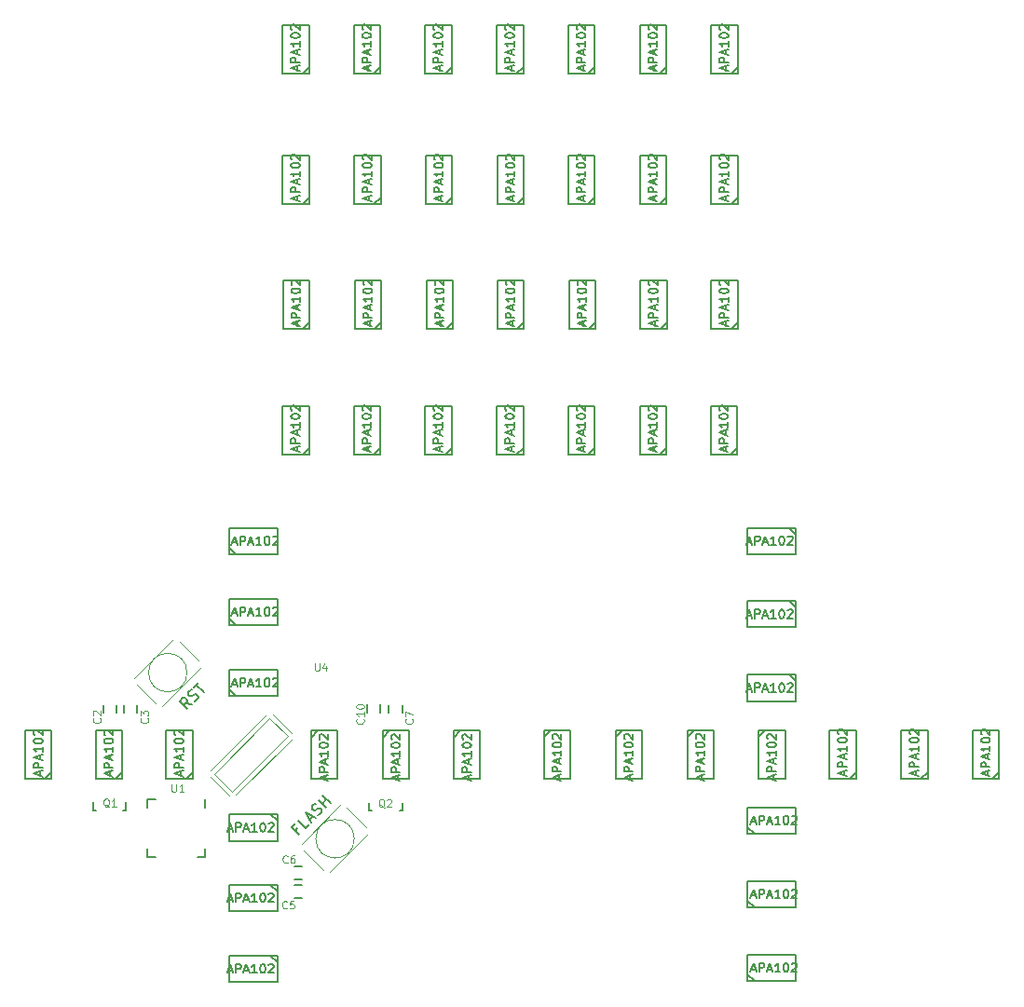
<source format=gto>
G04 #@! TF.FileFunction,Legend,Top*
%FSLAX46Y46*%
G04 Gerber Fmt 4.6, Leading zero omitted, Abs format (unit mm)*
G04 Created by KiCad (PCBNEW 4.1.0-alpha+201605262346+6832~44~ubuntu16.04.1-product) date Sun Jun 12 17:49:52 2016*
%MOMM*%
%LPD*%
G01*
G04 APERTURE LIST*
%ADD10C,0.100000*%
%ADD11C,0.150000*%
%ADD12C,0.099060*%
G04 APERTURE END LIST*
D10*
D11*
X103500000Y-133200000D02*
X104100000Y-133800000D01*
X107900000Y-133800000D02*
X103900000Y-133800000D01*
X103500000Y-131400000D02*
X107900000Y-131400000D01*
X103900000Y-133800000D02*
X103500000Y-133800000D01*
X107900000Y-131400000D02*
X107900000Y-133800000D01*
X103500000Y-131400000D02*
X103500000Y-133800000D01*
X103500000Y-139650000D02*
X104100000Y-140250000D01*
X107900000Y-140250000D02*
X103900000Y-140250000D01*
X103500000Y-137850000D02*
X107900000Y-137850000D01*
X103900000Y-140250000D02*
X103500000Y-140250000D01*
X107900000Y-137850000D02*
X107900000Y-140250000D01*
X103500000Y-137850000D02*
X103500000Y-140250000D01*
X103500000Y-126750000D02*
X104100000Y-127350000D01*
X107900000Y-127350000D02*
X103900000Y-127350000D01*
X103500000Y-124950000D02*
X107900000Y-124950000D01*
X103900000Y-127350000D02*
X103500000Y-127350000D01*
X107900000Y-124950000D02*
X107900000Y-127350000D01*
X103500000Y-124950000D02*
X103500000Y-127350000D01*
D12*
X99700060Y-138110000D02*
G75*
G03X99700060Y-138110000I-1750060J0D01*
G01*
X99010886Y-135281799D02*
X100778201Y-137049114D01*
X94909893Y-138604522D02*
X98444522Y-135069893D01*
X96889114Y-140938201D02*
X95121799Y-139170886D01*
X100990107Y-137615478D02*
X97455478Y-141150107D01*
D11*
X110150000Y-156900000D02*
X109450000Y-156900000D01*
X109450000Y-155700000D02*
X110150000Y-155700000D01*
X109450000Y-157400000D02*
X110150000Y-157400000D01*
X110150000Y-158600000D02*
X109450000Y-158600000D01*
X107900000Y-158000000D02*
X107300000Y-157400000D01*
X103500000Y-157400000D02*
X107500000Y-157400000D01*
X107900000Y-159800000D02*
X103500000Y-159800000D01*
X107500000Y-157400000D02*
X107900000Y-157400000D01*
X103500000Y-159800000D02*
X103500000Y-157400000D01*
X107900000Y-159800000D02*
X107900000Y-157400000D01*
X107900000Y-164450000D02*
X107300000Y-163850000D01*
X103500000Y-163850000D02*
X107500000Y-163850000D01*
X107900000Y-166250000D02*
X103500000Y-166250000D01*
X107500000Y-163850000D02*
X107900000Y-163850000D01*
X103500000Y-166250000D02*
X103500000Y-163850000D01*
X107900000Y-166250000D02*
X107900000Y-163850000D01*
X93200000Y-147800000D02*
X93800000Y-147200000D01*
X93800000Y-143400000D02*
X93800000Y-147400000D01*
X91400000Y-147800000D02*
X91400000Y-143400000D01*
X93800000Y-147400000D02*
X93800000Y-147800000D01*
X91400000Y-143400000D02*
X93800000Y-143400000D01*
X91400000Y-147800000D02*
X93800000Y-147800000D01*
X93330000Y-141090000D02*
X93330000Y-141790000D01*
X92130000Y-141790000D02*
X92130000Y-141090000D01*
X101375000Y-154875000D02*
X100625000Y-154875000D01*
X96125000Y-149625000D02*
X96875000Y-149625000D01*
X96125000Y-154875000D02*
X96875000Y-154875000D01*
X101375000Y-149625000D02*
X101375000Y-150375000D01*
X96125000Y-149625000D02*
X96125000Y-150375000D01*
X96125000Y-154875000D02*
X96125000Y-154125000D01*
X101375000Y-154875000D02*
X101375000Y-154125000D01*
X86800000Y-147800000D02*
X87400000Y-147200000D01*
X87400000Y-143400000D02*
X87400000Y-147400000D01*
X85000000Y-147800000D02*
X85000000Y-143400000D01*
X87400000Y-147400000D02*
X87400000Y-147800000D01*
X85000000Y-143400000D02*
X87400000Y-143400000D01*
X85000000Y-147800000D02*
X87400000Y-147800000D01*
X93950000Y-141790000D02*
X93950000Y-141090000D01*
X95150000Y-141090000D02*
X95150000Y-141790000D01*
X99600000Y-147800000D02*
X100200000Y-147200000D01*
X100200000Y-143400000D02*
X100200000Y-147400000D01*
X97800000Y-147800000D02*
X97800000Y-143400000D01*
X100200000Y-147400000D02*
X100200000Y-147800000D01*
X97800000Y-143400000D02*
X100200000Y-143400000D01*
X97800000Y-147800000D02*
X100200000Y-147800000D01*
X118050000Y-141750000D02*
X118050000Y-141050000D01*
X119250000Y-141050000D02*
X119250000Y-141750000D01*
X116050000Y-141730000D02*
X116050000Y-141030000D01*
X117250000Y-141030000D02*
X117250000Y-141730000D01*
X111550000Y-143400000D02*
X110950000Y-144000000D01*
X110950000Y-147800000D02*
X110950000Y-143800000D01*
X113350000Y-143400000D02*
X113350000Y-147800000D01*
X110950000Y-143800000D02*
X110950000Y-143400000D01*
X113350000Y-147800000D02*
X110950000Y-147800000D01*
X113350000Y-143400000D02*
X110950000Y-143400000D01*
D10*
X104134198Y-149241843D02*
X109172334Y-144203707D01*
X106909592Y-141940965D02*
X101853779Y-146996779D01*
X109172334Y-143602666D02*
X107510633Y-141940965D01*
X103533157Y-149277198D02*
X101853779Y-147597819D01*
X103816000Y-148959000D02*
X108871813Y-143903187D01*
X108871813Y-143903187D02*
X107210113Y-142241486D01*
X107210113Y-142241486D02*
X102154299Y-147297299D01*
X102154299Y-147297299D02*
X103816000Y-148959000D01*
D11*
X118100000Y-143400000D02*
X117500000Y-144000000D01*
X117500000Y-147800000D02*
X117500000Y-143800000D01*
X119900000Y-143400000D02*
X119900000Y-147800000D01*
X117500000Y-143800000D02*
X117500000Y-143400000D01*
X119900000Y-147800000D02*
X117500000Y-147800000D01*
X119900000Y-143400000D02*
X117500000Y-143400000D01*
X107900000Y-151600000D02*
X107300000Y-151000000D01*
X103500000Y-151000000D02*
X107500000Y-151000000D01*
X107900000Y-153400000D02*
X103500000Y-153400000D01*
X107500000Y-151000000D02*
X107900000Y-151000000D01*
X103500000Y-153400000D02*
X103500000Y-151000000D01*
X107900000Y-153400000D02*
X107900000Y-151000000D01*
D12*
X114900060Y-153210000D02*
G75*
G03X114900060Y-153210000I-1750060J0D01*
G01*
X112089114Y-156038201D02*
X110321799Y-154270886D01*
X116190107Y-152715478D02*
X112655478Y-156250107D01*
X114210886Y-150381799D02*
X115978201Y-152149114D01*
X110109893Y-153704522D02*
X113644522Y-150169893D01*
D11*
X110210000Y-106900000D02*
X110810000Y-106300000D01*
X110810000Y-102500000D02*
X110810000Y-106500000D01*
X108410000Y-106900000D02*
X108410000Y-102500000D01*
X110810000Y-106500000D02*
X110810000Y-106900000D01*
X108410000Y-102500000D02*
X110810000Y-102500000D01*
X108410000Y-106900000D02*
X110810000Y-106900000D01*
X110200000Y-118300000D02*
X110800000Y-117700000D01*
X110800000Y-113900000D02*
X110800000Y-117900000D01*
X108400000Y-118300000D02*
X108400000Y-113900000D01*
X110800000Y-117900000D02*
X110800000Y-118300000D01*
X108400000Y-113900000D02*
X110800000Y-113900000D01*
X108400000Y-118300000D02*
X110800000Y-118300000D01*
X116650000Y-118300000D02*
X117250000Y-117700000D01*
X117250000Y-113900000D02*
X117250000Y-117900000D01*
X114850000Y-118300000D02*
X114850000Y-113900000D01*
X117250000Y-117900000D02*
X117250000Y-118300000D01*
X114850000Y-113900000D02*
X117250000Y-113900000D01*
X114850000Y-118300000D02*
X117250000Y-118300000D01*
X116750000Y-106900000D02*
X117350000Y-106300000D01*
X117350000Y-102500000D02*
X117350000Y-106500000D01*
X114950000Y-106900000D02*
X114950000Y-102500000D01*
X117350000Y-106500000D02*
X117350000Y-106900000D01*
X114950000Y-102500000D02*
X117350000Y-102500000D01*
X114950000Y-106900000D02*
X117350000Y-106900000D01*
X110200000Y-95500000D02*
X110800000Y-94900000D01*
X110800000Y-91100000D02*
X110800000Y-95100000D01*
X108400000Y-95500000D02*
X108400000Y-91100000D01*
X110800000Y-95100000D02*
X110800000Y-95500000D01*
X108400000Y-91100000D02*
X110800000Y-91100000D01*
X108400000Y-95500000D02*
X110800000Y-95500000D01*
X110200000Y-83700000D02*
X110800000Y-83100000D01*
X110800000Y-79300000D02*
X110800000Y-83300000D01*
X108400000Y-83700000D02*
X108400000Y-79300000D01*
X110800000Y-83300000D02*
X110800000Y-83700000D01*
X108400000Y-79300000D02*
X110800000Y-79300000D01*
X108400000Y-83700000D02*
X110800000Y-83700000D01*
X129650000Y-83700000D02*
X130250000Y-83100000D01*
X130250000Y-79300000D02*
X130250000Y-83300000D01*
X127850000Y-83700000D02*
X127850000Y-79300000D01*
X130250000Y-83300000D02*
X130250000Y-83700000D01*
X127850000Y-79300000D02*
X130250000Y-79300000D01*
X127850000Y-83700000D02*
X130250000Y-83700000D01*
X136150000Y-83700000D02*
X136750000Y-83100000D01*
X136750000Y-79300000D02*
X136750000Y-83300000D01*
X134350000Y-83700000D02*
X134350000Y-79300000D01*
X136750000Y-83300000D02*
X136750000Y-83700000D01*
X134350000Y-79300000D02*
X136750000Y-79300000D01*
X134350000Y-83700000D02*
X136750000Y-83700000D01*
X136150000Y-95500000D02*
X136750000Y-94900000D01*
X136750000Y-91100000D02*
X136750000Y-95100000D01*
X134350000Y-95500000D02*
X134350000Y-91100000D01*
X136750000Y-95100000D02*
X136750000Y-95500000D01*
X134350000Y-91100000D02*
X136750000Y-91100000D01*
X134350000Y-95500000D02*
X136750000Y-95500000D01*
X129700000Y-95500000D02*
X130300000Y-94900000D01*
X130300000Y-91100000D02*
X130300000Y-95100000D01*
X127900000Y-95500000D02*
X127900000Y-91100000D01*
X130300000Y-95100000D02*
X130300000Y-95500000D01*
X127900000Y-91100000D02*
X130300000Y-91100000D01*
X127900000Y-95500000D02*
X130300000Y-95500000D01*
X129650000Y-118300000D02*
X130250000Y-117700000D01*
X130250000Y-113900000D02*
X130250000Y-117900000D01*
X127850000Y-118300000D02*
X127850000Y-113900000D01*
X130250000Y-117900000D02*
X130250000Y-118300000D01*
X127850000Y-113900000D02*
X130250000Y-113900000D01*
X127850000Y-118300000D02*
X130250000Y-118300000D01*
X129710000Y-106900000D02*
X130310000Y-106300000D01*
X130310000Y-102500000D02*
X130310000Y-106500000D01*
X127910000Y-106900000D02*
X127910000Y-102500000D01*
X130310000Y-106500000D02*
X130310000Y-106900000D01*
X127910000Y-102500000D02*
X130310000Y-102500000D01*
X127910000Y-106900000D02*
X130310000Y-106900000D01*
X123250000Y-106900000D02*
X123850000Y-106300000D01*
X123850000Y-102500000D02*
X123850000Y-106500000D01*
X121450000Y-106900000D02*
X121450000Y-102500000D01*
X123850000Y-106500000D02*
X123850000Y-106900000D01*
X121450000Y-102500000D02*
X123850000Y-102500000D01*
X121450000Y-106900000D02*
X123850000Y-106900000D01*
X136150000Y-118300000D02*
X136750000Y-117700000D01*
X136750000Y-113900000D02*
X136750000Y-117900000D01*
X134350000Y-118300000D02*
X134350000Y-113900000D01*
X136750000Y-117900000D02*
X136750000Y-118300000D01*
X134350000Y-113900000D02*
X136750000Y-113900000D01*
X134350000Y-118300000D02*
X136750000Y-118300000D01*
X136200000Y-106900000D02*
X136800000Y-106300000D01*
X136800000Y-102500000D02*
X136800000Y-106500000D01*
X134400000Y-106900000D02*
X134400000Y-102500000D01*
X136800000Y-106500000D02*
X136800000Y-106900000D01*
X134400000Y-102500000D02*
X136800000Y-102500000D01*
X134400000Y-106900000D02*
X136800000Y-106900000D01*
X123150000Y-118300000D02*
X123750000Y-117700000D01*
X123750000Y-113900000D02*
X123750000Y-117900000D01*
X121350000Y-118300000D02*
X121350000Y-113900000D01*
X123750000Y-117900000D02*
X123750000Y-118300000D01*
X121350000Y-113900000D02*
X123750000Y-113900000D01*
X121350000Y-118300000D02*
X123750000Y-118300000D01*
X142650000Y-83700000D02*
X143250000Y-83100000D01*
X143250000Y-79300000D02*
X143250000Y-83300000D01*
X140850000Y-83700000D02*
X140850000Y-79300000D01*
X143250000Y-83300000D02*
X143250000Y-83700000D01*
X140850000Y-79300000D02*
X143250000Y-79300000D01*
X140850000Y-83700000D02*
X143250000Y-83700000D01*
X149150000Y-83700000D02*
X149750000Y-83100000D01*
X149750000Y-79300000D02*
X149750000Y-83300000D01*
X147350000Y-83700000D02*
X147350000Y-79300000D01*
X149750000Y-83300000D02*
X149750000Y-83700000D01*
X147350000Y-79300000D02*
X149750000Y-79300000D01*
X147350000Y-83700000D02*
X149750000Y-83700000D01*
X142650000Y-95500000D02*
X143250000Y-94900000D01*
X143250000Y-91100000D02*
X143250000Y-95100000D01*
X140850000Y-95500000D02*
X140850000Y-91100000D01*
X143250000Y-95100000D02*
X143250000Y-95500000D01*
X140850000Y-91100000D02*
X143250000Y-91100000D01*
X140850000Y-95500000D02*
X143250000Y-95500000D01*
X149150000Y-95500000D02*
X149750000Y-94900000D01*
X149750000Y-91100000D02*
X149750000Y-95100000D01*
X147350000Y-95500000D02*
X147350000Y-91100000D01*
X149750000Y-95100000D02*
X149750000Y-95500000D01*
X147350000Y-91100000D02*
X149750000Y-91100000D01*
X147350000Y-95500000D02*
X149750000Y-95500000D01*
X123200000Y-95500000D02*
X123800000Y-94900000D01*
X123800000Y-91100000D02*
X123800000Y-95100000D01*
X121400000Y-95500000D02*
X121400000Y-91100000D01*
X123800000Y-95100000D02*
X123800000Y-95500000D01*
X121400000Y-91100000D02*
X123800000Y-91100000D01*
X121400000Y-95500000D02*
X123800000Y-95500000D01*
X116700000Y-95500000D02*
X117300000Y-94900000D01*
X117300000Y-91100000D02*
X117300000Y-95100000D01*
X114900000Y-95500000D02*
X114900000Y-91100000D01*
X117300000Y-95100000D02*
X117300000Y-95500000D01*
X114900000Y-91100000D02*
X117300000Y-91100000D01*
X114900000Y-95500000D02*
X117300000Y-95500000D01*
X116650000Y-83700000D02*
X117250000Y-83100000D01*
X117250000Y-79300000D02*
X117250000Y-83300000D01*
X114850000Y-83700000D02*
X114850000Y-79300000D01*
X117250000Y-83300000D02*
X117250000Y-83700000D01*
X114850000Y-79300000D02*
X117250000Y-79300000D01*
X114850000Y-83700000D02*
X117250000Y-83700000D01*
X123150000Y-83700000D02*
X123750000Y-83100000D01*
X123750000Y-79300000D02*
X123750000Y-83300000D01*
X121350000Y-83700000D02*
X121350000Y-79300000D01*
X123750000Y-83300000D02*
X123750000Y-83700000D01*
X121350000Y-79300000D02*
X123750000Y-79300000D01*
X121350000Y-83700000D02*
X123750000Y-83700000D01*
X142700000Y-106900000D02*
X143300000Y-106300000D01*
X143300000Y-102500000D02*
X143300000Y-106500000D01*
X140900000Y-106900000D02*
X140900000Y-102500000D01*
X143300000Y-106500000D02*
X143300000Y-106900000D01*
X140900000Y-102500000D02*
X143300000Y-102500000D01*
X140900000Y-106900000D02*
X143300000Y-106900000D01*
X149150000Y-106900000D02*
X149750000Y-106300000D01*
X149750000Y-102500000D02*
X149750000Y-106500000D01*
X147350000Y-106900000D02*
X147350000Y-102500000D01*
X149750000Y-106500000D02*
X149750000Y-106900000D01*
X147350000Y-102500000D02*
X149750000Y-102500000D01*
X147350000Y-106900000D02*
X149750000Y-106900000D01*
X149100000Y-118300000D02*
X149700000Y-117700000D01*
X149700000Y-113900000D02*
X149700000Y-117900000D01*
X147300000Y-118300000D02*
X147300000Y-113900000D01*
X149700000Y-117900000D02*
X149700000Y-118300000D01*
X147300000Y-113900000D02*
X149700000Y-113900000D01*
X147300000Y-118300000D02*
X149700000Y-118300000D01*
X142650000Y-118300000D02*
X143250000Y-117700000D01*
X143250000Y-113900000D02*
X143250000Y-117900000D01*
X140850000Y-118300000D02*
X140850000Y-113900000D01*
X143250000Y-117900000D02*
X143250000Y-118300000D01*
X140850000Y-113900000D02*
X143250000Y-113900000D01*
X140850000Y-118300000D02*
X143250000Y-118300000D01*
X150650000Y-152150000D02*
X151250000Y-152750000D01*
X155050000Y-152750000D02*
X151050000Y-152750000D01*
X150650000Y-150350000D02*
X155050000Y-150350000D01*
X151050000Y-152750000D02*
X150650000Y-152750000D01*
X155050000Y-150350000D02*
X155050000Y-152750000D01*
X150650000Y-150350000D02*
X150650000Y-152750000D01*
X124550000Y-143400000D02*
X123950000Y-144000000D01*
X123950000Y-147800000D02*
X123950000Y-143800000D01*
X126350000Y-143400000D02*
X126350000Y-147800000D01*
X123950000Y-143800000D02*
X123950000Y-143400000D01*
X126350000Y-147800000D02*
X123950000Y-147800000D01*
X126350000Y-143400000D02*
X123950000Y-143400000D01*
X150650000Y-165550000D02*
X151250000Y-166150000D01*
X155050000Y-166150000D02*
X151050000Y-166150000D01*
X150650000Y-163750000D02*
X155050000Y-163750000D01*
X151050000Y-166150000D02*
X150650000Y-166150000D01*
X155050000Y-163750000D02*
X155050000Y-166150000D01*
X150650000Y-163750000D02*
X150650000Y-166150000D01*
X150650000Y-158850000D02*
X151250000Y-159450000D01*
X155050000Y-159450000D02*
X151050000Y-159450000D01*
X150650000Y-157050000D02*
X155050000Y-157050000D01*
X151050000Y-159450000D02*
X150650000Y-159450000D01*
X155050000Y-157050000D02*
X155050000Y-159450000D01*
X150650000Y-157050000D02*
X150650000Y-159450000D01*
X145750000Y-143350000D02*
X145150000Y-143950000D01*
X145150000Y-147750000D02*
X145150000Y-143750000D01*
X147550000Y-143350000D02*
X147550000Y-147750000D01*
X145150000Y-143750000D02*
X145150000Y-143350000D01*
X147550000Y-147750000D02*
X145150000Y-147750000D01*
X147550000Y-143350000D02*
X145150000Y-143350000D01*
X155050000Y-138900000D02*
X154450000Y-138300000D01*
X150650000Y-138300000D02*
X154650000Y-138300000D01*
X155050000Y-140700000D02*
X150650000Y-140700000D01*
X154650000Y-138300000D02*
X155050000Y-138300000D01*
X150650000Y-140700000D02*
X150650000Y-138300000D01*
X155050000Y-140700000D02*
X155050000Y-138300000D01*
X152250000Y-143350000D02*
X151650000Y-143950000D01*
X151650000Y-147750000D02*
X151650000Y-143750000D01*
X154050000Y-143350000D02*
X154050000Y-147750000D01*
X151650000Y-143750000D02*
X151650000Y-143350000D01*
X154050000Y-147750000D02*
X151650000Y-147750000D01*
X154050000Y-143350000D02*
X151650000Y-143350000D01*
X132750000Y-143350000D02*
X132150000Y-143950000D01*
X132150000Y-147750000D02*
X132150000Y-143750000D01*
X134550000Y-143350000D02*
X134550000Y-147750000D01*
X132150000Y-143750000D02*
X132150000Y-143350000D01*
X134550000Y-147750000D02*
X132150000Y-147750000D01*
X134550000Y-143350000D02*
X132150000Y-143350000D01*
X139250000Y-143350000D02*
X138650000Y-143950000D01*
X138650000Y-147750000D02*
X138650000Y-143750000D01*
X141050000Y-143350000D02*
X141050000Y-147750000D01*
X138650000Y-143750000D02*
X138650000Y-143350000D01*
X141050000Y-147750000D02*
X138650000Y-147750000D01*
X141050000Y-143350000D02*
X138650000Y-143350000D01*
X166400000Y-147750000D02*
X167000000Y-147150000D01*
X167000000Y-143350000D02*
X167000000Y-147350000D01*
X164600000Y-147750000D02*
X164600000Y-143350000D01*
X167000000Y-147350000D02*
X167000000Y-147750000D01*
X164600000Y-143350000D02*
X167000000Y-143350000D01*
X164600000Y-147750000D02*
X167000000Y-147750000D01*
X172900000Y-147750000D02*
X173500000Y-147150000D01*
X173500000Y-143350000D02*
X173500000Y-147350000D01*
X171100000Y-147750000D02*
X171100000Y-143350000D01*
X173500000Y-147350000D02*
X173500000Y-147750000D01*
X171100000Y-143350000D02*
X173500000Y-143350000D01*
X171100000Y-147750000D02*
X173500000Y-147750000D01*
X159900000Y-147750000D02*
X160500000Y-147150000D01*
X160500000Y-143350000D02*
X160500000Y-147350000D01*
X158100000Y-147750000D02*
X158100000Y-143350000D01*
X160500000Y-147350000D02*
X160500000Y-147750000D01*
X158100000Y-143350000D02*
X160500000Y-143350000D01*
X158100000Y-147750000D02*
X160500000Y-147750000D01*
X155050000Y-125550000D02*
X154450000Y-124950000D01*
X150650000Y-124950000D02*
X154650000Y-124950000D01*
X155050000Y-127350000D02*
X150650000Y-127350000D01*
X154650000Y-124950000D02*
X155050000Y-124950000D01*
X150650000Y-127350000D02*
X150650000Y-124950000D01*
X155050000Y-127350000D02*
X155050000Y-124950000D01*
X155050000Y-132200000D02*
X154450000Y-131600000D01*
X150650000Y-131600000D02*
X154650000Y-131600000D01*
X155050000Y-134000000D02*
X150650000Y-134000000D01*
X154650000Y-131600000D02*
X155050000Y-131600000D01*
X150650000Y-134000000D02*
X150650000Y-131600000D01*
X155050000Y-134000000D02*
X155050000Y-131600000D01*
X91350840Y-150600240D02*
X91399100Y-150600240D01*
X94149820Y-149899200D02*
X94149820Y-150600240D01*
X94149820Y-150600240D02*
X93900900Y-150600240D01*
X91350840Y-150600240D02*
X91150180Y-150600240D01*
X91150180Y-150600240D02*
X91150180Y-149899200D01*
X116450840Y-150651240D02*
X116499100Y-150651240D01*
X119249820Y-149950200D02*
X119249820Y-150651240D01*
X119249820Y-150651240D02*
X119000900Y-150651240D01*
X116450840Y-150651240D02*
X116250180Y-150651240D01*
X116250180Y-150651240D02*
X116250180Y-149950200D01*
X103823809Y-132733333D02*
X104204761Y-132733333D01*
X103747619Y-132961904D02*
X104014285Y-132161904D01*
X104280952Y-132961904D01*
X104547619Y-132961904D02*
X104547619Y-132161904D01*
X104852380Y-132161904D01*
X104928571Y-132200000D01*
X104966666Y-132238095D01*
X105004761Y-132314285D01*
X105004761Y-132428571D01*
X104966666Y-132504761D01*
X104928571Y-132542857D01*
X104852380Y-132580952D01*
X104547619Y-132580952D01*
X105309523Y-132733333D02*
X105690476Y-132733333D01*
X105233333Y-132961904D02*
X105500000Y-132161904D01*
X105766666Y-132961904D01*
X106452380Y-132961904D02*
X105995238Y-132961904D01*
X106223809Y-132961904D02*
X106223809Y-132161904D01*
X106147619Y-132276190D01*
X106071428Y-132352380D01*
X105995238Y-132390476D01*
X106947619Y-132161904D02*
X107023809Y-132161904D01*
X107100000Y-132200000D01*
X107138095Y-132238095D01*
X107176190Y-132314285D01*
X107214285Y-132466666D01*
X107214285Y-132657142D01*
X107176190Y-132809523D01*
X107138095Y-132885714D01*
X107100000Y-132923809D01*
X107023809Y-132961904D01*
X106947619Y-132961904D01*
X106871428Y-132923809D01*
X106833333Y-132885714D01*
X106795238Y-132809523D01*
X106757142Y-132657142D01*
X106757142Y-132466666D01*
X106795238Y-132314285D01*
X106833333Y-132238095D01*
X106871428Y-132200000D01*
X106947619Y-132161904D01*
X107519047Y-132238095D02*
X107557142Y-132200000D01*
X107633333Y-132161904D01*
X107823809Y-132161904D01*
X107900000Y-132200000D01*
X107938095Y-132238095D01*
X107976190Y-132314285D01*
X107976190Y-132390476D01*
X107938095Y-132504761D01*
X107480952Y-132961904D01*
X107976190Y-132961904D01*
X103823809Y-139183333D02*
X104204761Y-139183333D01*
X103747619Y-139411904D02*
X104014285Y-138611904D01*
X104280952Y-139411904D01*
X104547619Y-139411904D02*
X104547619Y-138611904D01*
X104852380Y-138611904D01*
X104928571Y-138650000D01*
X104966666Y-138688095D01*
X105004761Y-138764285D01*
X105004761Y-138878571D01*
X104966666Y-138954761D01*
X104928571Y-138992857D01*
X104852380Y-139030952D01*
X104547619Y-139030952D01*
X105309523Y-139183333D02*
X105690476Y-139183333D01*
X105233333Y-139411904D02*
X105500000Y-138611904D01*
X105766666Y-139411904D01*
X106452380Y-139411904D02*
X105995238Y-139411904D01*
X106223809Y-139411904D02*
X106223809Y-138611904D01*
X106147619Y-138726190D01*
X106071428Y-138802380D01*
X105995238Y-138840476D01*
X106947619Y-138611904D02*
X107023809Y-138611904D01*
X107100000Y-138650000D01*
X107138095Y-138688095D01*
X107176190Y-138764285D01*
X107214285Y-138916666D01*
X107214285Y-139107142D01*
X107176190Y-139259523D01*
X107138095Y-139335714D01*
X107100000Y-139373809D01*
X107023809Y-139411904D01*
X106947619Y-139411904D01*
X106871428Y-139373809D01*
X106833333Y-139335714D01*
X106795238Y-139259523D01*
X106757142Y-139107142D01*
X106757142Y-138916666D01*
X106795238Y-138764285D01*
X106833333Y-138688095D01*
X106871428Y-138650000D01*
X106947619Y-138611904D01*
X107519047Y-138688095D02*
X107557142Y-138650000D01*
X107633333Y-138611904D01*
X107823809Y-138611904D01*
X107900000Y-138650000D01*
X107938095Y-138688095D01*
X107976190Y-138764285D01*
X107976190Y-138840476D01*
X107938095Y-138954761D01*
X107480952Y-139411904D01*
X107976190Y-139411904D01*
X103823809Y-126283333D02*
X104204761Y-126283333D01*
X103747619Y-126511904D02*
X104014285Y-125711904D01*
X104280952Y-126511904D01*
X104547619Y-126511904D02*
X104547619Y-125711904D01*
X104852380Y-125711904D01*
X104928571Y-125750000D01*
X104966666Y-125788095D01*
X105004761Y-125864285D01*
X105004761Y-125978571D01*
X104966666Y-126054761D01*
X104928571Y-126092857D01*
X104852380Y-126130952D01*
X104547619Y-126130952D01*
X105309523Y-126283333D02*
X105690476Y-126283333D01*
X105233333Y-126511904D02*
X105500000Y-125711904D01*
X105766666Y-126511904D01*
X106452380Y-126511904D02*
X105995238Y-126511904D01*
X106223809Y-126511904D02*
X106223809Y-125711904D01*
X106147619Y-125826190D01*
X106071428Y-125902380D01*
X105995238Y-125940476D01*
X106947619Y-125711904D02*
X107023809Y-125711904D01*
X107100000Y-125750000D01*
X107138095Y-125788095D01*
X107176190Y-125864285D01*
X107214285Y-126016666D01*
X107214285Y-126207142D01*
X107176190Y-126359523D01*
X107138095Y-126435714D01*
X107100000Y-126473809D01*
X107023809Y-126511904D01*
X106947619Y-126511904D01*
X106871428Y-126473809D01*
X106833333Y-126435714D01*
X106795238Y-126359523D01*
X106757142Y-126207142D01*
X106757142Y-126016666D01*
X106795238Y-125864285D01*
X106833333Y-125788095D01*
X106871428Y-125750000D01*
X106947619Y-125711904D01*
X107519047Y-125788095D02*
X107557142Y-125750000D01*
X107633333Y-125711904D01*
X107823809Y-125711904D01*
X107900000Y-125750000D01*
X107938095Y-125788095D01*
X107976190Y-125864285D01*
X107976190Y-125940476D01*
X107938095Y-126054761D01*
X107480952Y-126511904D01*
X107976190Y-126511904D01*
X100132656Y-141007106D02*
X99560236Y-140906091D01*
X99728595Y-141411167D02*
X99021488Y-140704061D01*
X99290862Y-140434687D01*
X99391877Y-140401015D01*
X99459221Y-140401015D01*
X99560236Y-140434687D01*
X99661251Y-140535702D01*
X99694923Y-140636717D01*
X99694923Y-140704061D01*
X99661251Y-140805076D01*
X99391877Y-141074450D01*
X100368358Y-140704061D02*
X100503045Y-140636717D01*
X100671404Y-140468358D01*
X100705076Y-140367343D01*
X100705076Y-140300000D01*
X100671404Y-140198984D01*
X100604061Y-140131641D01*
X100503045Y-140097969D01*
X100435702Y-140097969D01*
X100334687Y-140131641D01*
X100166328Y-140232656D01*
X100065312Y-140266328D01*
X99997969Y-140266328D01*
X99896954Y-140232656D01*
X99829610Y-140165312D01*
X99795938Y-140064297D01*
X99795938Y-139996954D01*
X99829610Y-139895938D01*
X99997969Y-139727580D01*
X100132656Y-139660236D01*
X100301015Y-139424534D02*
X100705076Y-139020473D01*
X101210152Y-139929610D02*
X100503045Y-139222503D01*
D10*
X108833333Y-155350000D02*
X108800000Y-155383333D01*
X108700000Y-155416666D01*
X108633333Y-155416666D01*
X108533333Y-155383333D01*
X108466666Y-155316666D01*
X108433333Y-155250000D01*
X108400000Y-155116666D01*
X108400000Y-155016666D01*
X108433333Y-154883333D01*
X108466666Y-154816666D01*
X108533333Y-154750000D01*
X108633333Y-154716666D01*
X108700000Y-154716666D01*
X108800000Y-154750000D01*
X108833333Y-154783333D01*
X109433333Y-154716666D02*
X109300000Y-154716666D01*
X109233333Y-154750000D01*
X109200000Y-154783333D01*
X109133333Y-154883333D01*
X109100000Y-155016666D01*
X109100000Y-155283333D01*
X109133333Y-155350000D01*
X109166666Y-155383333D01*
X109233333Y-155416666D01*
X109366666Y-155416666D01*
X109433333Y-155383333D01*
X109466666Y-155350000D01*
X109500000Y-155283333D01*
X109500000Y-155116666D01*
X109466666Y-155050000D01*
X109433333Y-155016666D01*
X109366666Y-154983333D01*
X109233333Y-154983333D01*
X109166666Y-155016666D01*
X109133333Y-155050000D01*
X109100000Y-155116666D01*
X108783333Y-159500000D02*
X108750000Y-159533333D01*
X108650000Y-159566666D01*
X108583333Y-159566666D01*
X108483333Y-159533333D01*
X108416666Y-159466666D01*
X108383333Y-159400000D01*
X108350000Y-159266666D01*
X108350000Y-159166666D01*
X108383333Y-159033333D01*
X108416666Y-158966666D01*
X108483333Y-158900000D01*
X108583333Y-158866666D01*
X108650000Y-158866666D01*
X108750000Y-158900000D01*
X108783333Y-158933333D01*
X109416666Y-158866666D02*
X109083333Y-158866666D01*
X109050000Y-159200000D01*
X109083333Y-159166666D01*
X109150000Y-159133333D01*
X109316666Y-159133333D01*
X109383333Y-159166666D01*
X109416666Y-159200000D01*
X109450000Y-159266666D01*
X109450000Y-159433333D01*
X109416666Y-159500000D01*
X109383333Y-159533333D01*
X109316666Y-159566666D01*
X109150000Y-159566666D01*
X109083333Y-159533333D01*
X109050000Y-159500000D01*
D11*
X103423809Y-158733333D02*
X103804761Y-158733333D01*
X103347619Y-158961904D02*
X103614285Y-158161904D01*
X103880952Y-158961904D01*
X104147619Y-158961904D02*
X104147619Y-158161904D01*
X104452380Y-158161904D01*
X104528571Y-158200000D01*
X104566666Y-158238095D01*
X104604761Y-158314285D01*
X104604761Y-158428571D01*
X104566666Y-158504761D01*
X104528571Y-158542857D01*
X104452380Y-158580952D01*
X104147619Y-158580952D01*
X104909523Y-158733333D02*
X105290476Y-158733333D01*
X104833333Y-158961904D02*
X105100000Y-158161904D01*
X105366666Y-158961904D01*
X106052380Y-158961904D02*
X105595238Y-158961904D01*
X105823809Y-158961904D02*
X105823809Y-158161904D01*
X105747619Y-158276190D01*
X105671428Y-158352380D01*
X105595238Y-158390476D01*
X106547619Y-158161904D02*
X106623809Y-158161904D01*
X106700000Y-158200000D01*
X106738095Y-158238095D01*
X106776190Y-158314285D01*
X106814285Y-158466666D01*
X106814285Y-158657142D01*
X106776190Y-158809523D01*
X106738095Y-158885714D01*
X106700000Y-158923809D01*
X106623809Y-158961904D01*
X106547619Y-158961904D01*
X106471428Y-158923809D01*
X106433333Y-158885714D01*
X106395238Y-158809523D01*
X106357142Y-158657142D01*
X106357142Y-158466666D01*
X106395238Y-158314285D01*
X106433333Y-158238095D01*
X106471428Y-158200000D01*
X106547619Y-158161904D01*
X107119047Y-158238095D02*
X107157142Y-158200000D01*
X107233333Y-158161904D01*
X107423809Y-158161904D01*
X107500000Y-158200000D01*
X107538095Y-158238095D01*
X107576190Y-158314285D01*
X107576190Y-158390476D01*
X107538095Y-158504761D01*
X107080952Y-158961904D01*
X107576190Y-158961904D01*
X103423809Y-165183333D02*
X103804761Y-165183333D01*
X103347619Y-165411904D02*
X103614285Y-164611904D01*
X103880952Y-165411904D01*
X104147619Y-165411904D02*
X104147619Y-164611904D01*
X104452380Y-164611904D01*
X104528571Y-164650000D01*
X104566666Y-164688095D01*
X104604761Y-164764285D01*
X104604761Y-164878571D01*
X104566666Y-164954761D01*
X104528571Y-164992857D01*
X104452380Y-165030952D01*
X104147619Y-165030952D01*
X104909523Y-165183333D02*
X105290476Y-165183333D01*
X104833333Y-165411904D02*
X105100000Y-164611904D01*
X105366666Y-165411904D01*
X106052380Y-165411904D02*
X105595238Y-165411904D01*
X105823809Y-165411904D02*
X105823809Y-164611904D01*
X105747619Y-164726190D01*
X105671428Y-164802380D01*
X105595238Y-164840476D01*
X106547619Y-164611904D02*
X106623809Y-164611904D01*
X106700000Y-164650000D01*
X106738095Y-164688095D01*
X106776190Y-164764285D01*
X106814285Y-164916666D01*
X106814285Y-165107142D01*
X106776190Y-165259523D01*
X106738095Y-165335714D01*
X106700000Y-165373809D01*
X106623809Y-165411904D01*
X106547619Y-165411904D01*
X106471428Y-165373809D01*
X106433333Y-165335714D01*
X106395238Y-165259523D01*
X106357142Y-165107142D01*
X106357142Y-164916666D01*
X106395238Y-164764285D01*
X106433333Y-164688095D01*
X106471428Y-164650000D01*
X106547619Y-164611904D01*
X107119047Y-164688095D02*
X107157142Y-164650000D01*
X107233333Y-164611904D01*
X107423809Y-164611904D01*
X107500000Y-164650000D01*
X107538095Y-164688095D01*
X107576190Y-164764285D01*
X107576190Y-164840476D01*
X107538095Y-164954761D01*
X107080952Y-165411904D01*
X107576190Y-165411904D01*
X92733333Y-147476190D02*
X92733333Y-147095238D01*
X92961904Y-147552380D02*
X92161904Y-147285714D01*
X92961904Y-147019047D01*
X92961904Y-146752380D02*
X92161904Y-146752380D01*
X92161904Y-146447619D01*
X92200000Y-146371428D01*
X92238095Y-146333333D01*
X92314285Y-146295238D01*
X92428571Y-146295238D01*
X92504761Y-146333333D01*
X92542857Y-146371428D01*
X92580952Y-146447619D01*
X92580952Y-146752380D01*
X92733333Y-145990476D02*
X92733333Y-145609523D01*
X92961904Y-146066666D02*
X92161904Y-145800000D01*
X92961904Y-145533333D01*
X92961904Y-144847619D02*
X92961904Y-145304761D01*
X92961904Y-145076190D02*
X92161904Y-145076190D01*
X92276190Y-145152380D01*
X92352380Y-145228571D01*
X92390476Y-145304761D01*
X92161904Y-144352380D02*
X92161904Y-144276190D01*
X92200000Y-144200000D01*
X92238095Y-144161904D01*
X92314285Y-144123809D01*
X92466666Y-144085714D01*
X92657142Y-144085714D01*
X92809523Y-144123809D01*
X92885714Y-144161904D01*
X92923809Y-144200000D01*
X92961904Y-144276190D01*
X92961904Y-144352380D01*
X92923809Y-144428571D01*
X92885714Y-144466666D01*
X92809523Y-144504761D01*
X92657142Y-144542857D01*
X92466666Y-144542857D01*
X92314285Y-144504761D01*
X92238095Y-144466666D01*
X92200000Y-144428571D01*
X92161904Y-144352380D01*
X92238095Y-143780952D02*
X92200000Y-143742857D01*
X92161904Y-143666666D01*
X92161904Y-143476190D01*
X92200000Y-143400000D01*
X92238095Y-143361904D01*
X92314285Y-143323809D01*
X92390476Y-143323809D01*
X92504761Y-143361904D01*
X92961904Y-143819047D01*
X92961904Y-143323809D01*
D10*
X91780000Y-142256666D02*
X91813333Y-142290000D01*
X91846666Y-142390000D01*
X91846666Y-142456666D01*
X91813333Y-142556666D01*
X91746666Y-142623333D01*
X91680000Y-142656666D01*
X91546666Y-142690000D01*
X91446666Y-142690000D01*
X91313333Y-142656666D01*
X91246666Y-142623333D01*
X91180000Y-142556666D01*
X91146666Y-142456666D01*
X91146666Y-142390000D01*
X91180000Y-142290000D01*
X91213333Y-142256666D01*
X91213333Y-141990000D02*
X91180000Y-141956666D01*
X91146666Y-141890000D01*
X91146666Y-141723333D01*
X91180000Y-141656666D01*
X91213333Y-141623333D01*
X91280000Y-141590000D01*
X91346666Y-141590000D01*
X91446666Y-141623333D01*
X91846666Y-142023333D01*
X91846666Y-141590000D01*
X98316666Y-148266666D02*
X98316666Y-148833333D01*
X98350000Y-148900000D01*
X98383333Y-148933333D01*
X98450000Y-148966666D01*
X98583333Y-148966666D01*
X98650000Y-148933333D01*
X98683333Y-148900000D01*
X98716666Y-148833333D01*
X98716666Y-148266666D01*
X99416666Y-148966666D02*
X99016666Y-148966666D01*
X99216666Y-148966666D02*
X99216666Y-148266666D01*
X99150000Y-148366666D01*
X99083333Y-148433333D01*
X99016666Y-148466666D01*
D11*
X86333333Y-147476190D02*
X86333333Y-147095238D01*
X86561904Y-147552380D02*
X85761904Y-147285714D01*
X86561904Y-147019047D01*
X86561904Y-146752380D02*
X85761904Y-146752380D01*
X85761904Y-146447619D01*
X85800000Y-146371428D01*
X85838095Y-146333333D01*
X85914285Y-146295238D01*
X86028571Y-146295238D01*
X86104761Y-146333333D01*
X86142857Y-146371428D01*
X86180952Y-146447619D01*
X86180952Y-146752380D01*
X86333333Y-145990476D02*
X86333333Y-145609523D01*
X86561904Y-146066666D02*
X85761904Y-145800000D01*
X86561904Y-145533333D01*
X86561904Y-144847619D02*
X86561904Y-145304761D01*
X86561904Y-145076190D02*
X85761904Y-145076190D01*
X85876190Y-145152380D01*
X85952380Y-145228571D01*
X85990476Y-145304761D01*
X85761904Y-144352380D02*
X85761904Y-144276190D01*
X85800000Y-144200000D01*
X85838095Y-144161904D01*
X85914285Y-144123809D01*
X86066666Y-144085714D01*
X86257142Y-144085714D01*
X86409523Y-144123809D01*
X86485714Y-144161904D01*
X86523809Y-144200000D01*
X86561904Y-144276190D01*
X86561904Y-144352380D01*
X86523809Y-144428571D01*
X86485714Y-144466666D01*
X86409523Y-144504761D01*
X86257142Y-144542857D01*
X86066666Y-144542857D01*
X85914285Y-144504761D01*
X85838095Y-144466666D01*
X85800000Y-144428571D01*
X85761904Y-144352380D01*
X85838095Y-143780952D02*
X85800000Y-143742857D01*
X85761904Y-143666666D01*
X85761904Y-143476190D01*
X85800000Y-143400000D01*
X85838095Y-143361904D01*
X85914285Y-143323809D01*
X85990476Y-143323809D01*
X86104761Y-143361904D01*
X86561904Y-143819047D01*
X86561904Y-143323809D01*
D10*
X96100000Y-142256666D02*
X96133333Y-142290000D01*
X96166666Y-142390000D01*
X96166666Y-142456666D01*
X96133333Y-142556666D01*
X96066666Y-142623333D01*
X96000000Y-142656666D01*
X95866666Y-142690000D01*
X95766666Y-142690000D01*
X95633333Y-142656666D01*
X95566666Y-142623333D01*
X95500000Y-142556666D01*
X95466666Y-142456666D01*
X95466666Y-142390000D01*
X95500000Y-142290000D01*
X95533333Y-142256666D01*
X95466666Y-142023333D02*
X95466666Y-141590000D01*
X95733333Y-141823333D01*
X95733333Y-141723333D01*
X95766666Y-141656666D01*
X95800000Y-141623333D01*
X95866666Y-141590000D01*
X96033333Y-141590000D01*
X96100000Y-141623333D01*
X96133333Y-141656666D01*
X96166666Y-141723333D01*
X96166666Y-141923333D01*
X96133333Y-141990000D01*
X96100000Y-142023333D01*
D11*
X99133333Y-147476190D02*
X99133333Y-147095238D01*
X99361904Y-147552380D02*
X98561904Y-147285714D01*
X99361904Y-147019047D01*
X99361904Y-146752380D02*
X98561904Y-146752380D01*
X98561904Y-146447619D01*
X98600000Y-146371428D01*
X98638095Y-146333333D01*
X98714285Y-146295238D01*
X98828571Y-146295238D01*
X98904761Y-146333333D01*
X98942857Y-146371428D01*
X98980952Y-146447619D01*
X98980952Y-146752380D01*
X99133333Y-145990476D02*
X99133333Y-145609523D01*
X99361904Y-146066666D02*
X98561904Y-145800000D01*
X99361904Y-145533333D01*
X99361904Y-144847619D02*
X99361904Y-145304761D01*
X99361904Y-145076190D02*
X98561904Y-145076190D01*
X98676190Y-145152380D01*
X98752380Y-145228571D01*
X98790476Y-145304761D01*
X98561904Y-144352380D02*
X98561904Y-144276190D01*
X98600000Y-144200000D01*
X98638095Y-144161904D01*
X98714285Y-144123809D01*
X98866666Y-144085714D01*
X99057142Y-144085714D01*
X99209523Y-144123809D01*
X99285714Y-144161904D01*
X99323809Y-144200000D01*
X99361904Y-144276190D01*
X99361904Y-144352380D01*
X99323809Y-144428571D01*
X99285714Y-144466666D01*
X99209523Y-144504761D01*
X99057142Y-144542857D01*
X98866666Y-144542857D01*
X98714285Y-144504761D01*
X98638095Y-144466666D01*
X98600000Y-144428571D01*
X98561904Y-144352380D01*
X98638095Y-143780952D02*
X98600000Y-143742857D01*
X98561904Y-143666666D01*
X98561904Y-143476190D01*
X98600000Y-143400000D01*
X98638095Y-143361904D01*
X98714285Y-143323809D01*
X98790476Y-143323809D01*
X98904761Y-143361904D01*
X99361904Y-143819047D01*
X99361904Y-143323809D01*
D10*
X120170000Y-142336666D02*
X120203333Y-142370000D01*
X120236666Y-142470000D01*
X120236666Y-142536666D01*
X120203333Y-142636666D01*
X120136666Y-142703333D01*
X120070000Y-142736666D01*
X119936666Y-142770000D01*
X119836666Y-142770000D01*
X119703333Y-142736666D01*
X119636666Y-142703333D01*
X119570000Y-142636666D01*
X119536666Y-142536666D01*
X119536666Y-142470000D01*
X119570000Y-142370000D01*
X119603333Y-142336666D01*
X119536666Y-142103333D02*
X119536666Y-141636666D01*
X120236666Y-141936666D01*
X115710000Y-142330000D02*
X115743333Y-142363333D01*
X115776666Y-142463333D01*
X115776666Y-142530000D01*
X115743333Y-142630000D01*
X115676666Y-142696666D01*
X115610000Y-142730000D01*
X115476666Y-142763333D01*
X115376666Y-142763333D01*
X115243333Y-142730000D01*
X115176666Y-142696666D01*
X115110000Y-142630000D01*
X115076666Y-142530000D01*
X115076666Y-142463333D01*
X115110000Y-142363333D01*
X115143333Y-142330000D01*
X115776666Y-141663333D02*
X115776666Y-142063333D01*
X115776666Y-141863333D02*
X115076666Y-141863333D01*
X115176666Y-141930000D01*
X115243333Y-141996666D01*
X115276666Y-142063333D01*
X115076666Y-141230000D02*
X115076666Y-141163333D01*
X115110000Y-141096666D01*
X115143333Y-141063333D01*
X115210000Y-141030000D01*
X115343333Y-140996666D01*
X115510000Y-140996666D01*
X115643333Y-141030000D01*
X115710000Y-141063333D01*
X115743333Y-141096666D01*
X115776666Y-141163333D01*
X115776666Y-141230000D01*
X115743333Y-141296666D01*
X115710000Y-141330000D01*
X115643333Y-141363333D01*
X115510000Y-141396666D01*
X115343333Y-141396666D01*
X115210000Y-141363333D01*
X115143333Y-141330000D01*
X115110000Y-141296666D01*
X115076666Y-141230000D01*
D11*
X112283333Y-147876190D02*
X112283333Y-147495238D01*
X112511904Y-147952380D02*
X111711904Y-147685714D01*
X112511904Y-147419047D01*
X112511904Y-147152380D02*
X111711904Y-147152380D01*
X111711904Y-146847619D01*
X111750000Y-146771428D01*
X111788095Y-146733333D01*
X111864285Y-146695238D01*
X111978571Y-146695238D01*
X112054761Y-146733333D01*
X112092857Y-146771428D01*
X112130952Y-146847619D01*
X112130952Y-147152380D01*
X112283333Y-146390476D02*
X112283333Y-146009523D01*
X112511904Y-146466666D02*
X111711904Y-146200000D01*
X112511904Y-145933333D01*
X112511904Y-145247619D02*
X112511904Y-145704761D01*
X112511904Y-145476190D02*
X111711904Y-145476190D01*
X111826190Y-145552380D01*
X111902380Y-145628571D01*
X111940476Y-145704761D01*
X111711904Y-144752380D02*
X111711904Y-144676190D01*
X111750000Y-144600000D01*
X111788095Y-144561904D01*
X111864285Y-144523809D01*
X112016666Y-144485714D01*
X112207142Y-144485714D01*
X112359523Y-144523809D01*
X112435714Y-144561904D01*
X112473809Y-144600000D01*
X112511904Y-144676190D01*
X112511904Y-144752380D01*
X112473809Y-144828571D01*
X112435714Y-144866666D01*
X112359523Y-144904761D01*
X112207142Y-144942857D01*
X112016666Y-144942857D01*
X111864285Y-144904761D01*
X111788095Y-144866666D01*
X111750000Y-144828571D01*
X111711904Y-144752380D01*
X111788095Y-144180952D02*
X111750000Y-144142857D01*
X111711904Y-144066666D01*
X111711904Y-143876190D01*
X111750000Y-143800000D01*
X111788095Y-143761904D01*
X111864285Y-143723809D01*
X111940476Y-143723809D01*
X112054761Y-143761904D01*
X112511904Y-144219047D01*
X112511904Y-143723809D01*
X118833333Y-147876190D02*
X118833333Y-147495238D01*
X119061904Y-147952380D02*
X118261904Y-147685714D01*
X119061904Y-147419047D01*
X119061904Y-147152380D02*
X118261904Y-147152380D01*
X118261904Y-146847619D01*
X118300000Y-146771428D01*
X118338095Y-146733333D01*
X118414285Y-146695238D01*
X118528571Y-146695238D01*
X118604761Y-146733333D01*
X118642857Y-146771428D01*
X118680952Y-146847619D01*
X118680952Y-147152380D01*
X118833333Y-146390476D02*
X118833333Y-146009523D01*
X119061904Y-146466666D02*
X118261904Y-146200000D01*
X119061904Y-145933333D01*
X119061904Y-145247619D02*
X119061904Y-145704761D01*
X119061904Y-145476190D02*
X118261904Y-145476190D01*
X118376190Y-145552380D01*
X118452380Y-145628571D01*
X118490476Y-145704761D01*
X118261904Y-144752380D02*
X118261904Y-144676190D01*
X118300000Y-144600000D01*
X118338095Y-144561904D01*
X118414285Y-144523809D01*
X118566666Y-144485714D01*
X118757142Y-144485714D01*
X118909523Y-144523809D01*
X118985714Y-144561904D01*
X119023809Y-144600000D01*
X119061904Y-144676190D01*
X119061904Y-144752380D01*
X119023809Y-144828571D01*
X118985714Y-144866666D01*
X118909523Y-144904761D01*
X118757142Y-144942857D01*
X118566666Y-144942857D01*
X118414285Y-144904761D01*
X118338095Y-144866666D01*
X118300000Y-144828571D01*
X118261904Y-144752380D01*
X118338095Y-144180952D02*
X118300000Y-144142857D01*
X118261904Y-144066666D01*
X118261904Y-143876190D01*
X118300000Y-143800000D01*
X118338095Y-143761904D01*
X118414285Y-143723809D01*
X118490476Y-143723809D01*
X118604761Y-143761904D01*
X119061904Y-144219047D01*
X119061904Y-143723809D01*
X103423809Y-152333333D02*
X103804761Y-152333333D01*
X103347619Y-152561904D02*
X103614285Y-151761904D01*
X103880952Y-152561904D01*
X104147619Y-152561904D02*
X104147619Y-151761904D01*
X104452380Y-151761904D01*
X104528571Y-151800000D01*
X104566666Y-151838095D01*
X104604761Y-151914285D01*
X104604761Y-152028571D01*
X104566666Y-152104761D01*
X104528571Y-152142857D01*
X104452380Y-152180952D01*
X104147619Y-152180952D01*
X104909523Y-152333333D02*
X105290476Y-152333333D01*
X104833333Y-152561904D02*
X105100000Y-151761904D01*
X105366666Y-152561904D01*
X106052380Y-152561904D02*
X105595238Y-152561904D01*
X105823809Y-152561904D02*
X105823809Y-151761904D01*
X105747619Y-151876190D01*
X105671428Y-151952380D01*
X105595238Y-151990476D01*
X106547619Y-151761904D02*
X106623809Y-151761904D01*
X106700000Y-151800000D01*
X106738095Y-151838095D01*
X106776190Y-151914285D01*
X106814285Y-152066666D01*
X106814285Y-152257142D01*
X106776190Y-152409523D01*
X106738095Y-152485714D01*
X106700000Y-152523809D01*
X106623809Y-152561904D01*
X106547619Y-152561904D01*
X106471428Y-152523809D01*
X106433333Y-152485714D01*
X106395238Y-152409523D01*
X106357142Y-152257142D01*
X106357142Y-152066666D01*
X106395238Y-151914285D01*
X106433333Y-151838095D01*
X106471428Y-151800000D01*
X106547619Y-151761904D01*
X107119047Y-151838095D02*
X107157142Y-151800000D01*
X107233333Y-151761904D01*
X107423809Y-151761904D01*
X107500000Y-151800000D01*
X107538095Y-151838095D01*
X107576190Y-151914285D01*
X107576190Y-151990476D01*
X107538095Y-152104761D01*
X107080952Y-152561904D01*
X107576190Y-152561904D01*
X109754145Y-152244839D02*
X109518442Y-152480541D01*
X109888832Y-152850931D02*
X109181725Y-152143824D01*
X109518442Y-151807106D01*
X110831641Y-151908122D02*
X110494923Y-152244839D01*
X109787816Y-151537732D01*
X110831641Y-151504061D02*
X111168358Y-151167343D01*
X110966328Y-151773435D02*
X110494923Y-150830625D01*
X111437732Y-151302030D01*
X111606091Y-151066328D02*
X111740778Y-150998984D01*
X111909137Y-150830625D01*
X111942809Y-150729610D01*
X111942809Y-150662267D01*
X111909137Y-150561251D01*
X111841793Y-150493908D01*
X111740778Y-150460236D01*
X111673435Y-150460236D01*
X111572419Y-150493908D01*
X111404061Y-150594923D01*
X111303045Y-150628595D01*
X111235702Y-150628595D01*
X111134687Y-150594923D01*
X111067343Y-150527580D01*
X111033671Y-150426564D01*
X111033671Y-150359221D01*
X111067343Y-150258206D01*
X111235702Y-150089847D01*
X111370389Y-150022503D01*
X112346870Y-150392893D02*
X111639763Y-149685786D01*
X111976480Y-150022503D02*
X112380541Y-149618442D01*
X112750931Y-149988832D02*
X112043824Y-149281725D01*
X109743333Y-106576190D02*
X109743333Y-106195238D01*
X109971904Y-106652380D02*
X109171904Y-106385714D01*
X109971904Y-106119047D01*
X109971904Y-105852380D02*
X109171904Y-105852380D01*
X109171904Y-105547619D01*
X109210000Y-105471428D01*
X109248095Y-105433333D01*
X109324285Y-105395238D01*
X109438571Y-105395238D01*
X109514761Y-105433333D01*
X109552857Y-105471428D01*
X109590952Y-105547619D01*
X109590952Y-105852380D01*
X109743333Y-105090476D02*
X109743333Y-104709523D01*
X109971904Y-105166666D02*
X109171904Y-104900000D01*
X109971904Y-104633333D01*
X109971904Y-103947619D02*
X109971904Y-104404761D01*
X109971904Y-104176190D02*
X109171904Y-104176190D01*
X109286190Y-104252380D01*
X109362380Y-104328571D01*
X109400476Y-104404761D01*
X109171904Y-103452380D02*
X109171904Y-103376190D01*
X109210000Y-103300000D01*
X109248095Y-103261904D01*
X109324285Y-103223809D01*
X109476666Y-103185714D01*
X109667142Y-103185714D01*
X109819523Y-103223809D01*
X109895714Y-103261904D01*
X109933809Y-103300000D01*
X109971904Y-103376190D01*
X109971904Y-103452380D01*
X109933809Y-103528571D01*
X109895714Y-103566666D01*
X109819523Y-103604761D01*
X109667142Y-103642857D01*
X109476666Y-103642857D01*
X109324285Y-103604761D01*
X109248095Y-103566666D01*
X109210000Y-103528571D01*
X109171904Y-103452380D01*
X109248095Y-102880952D02*
X109210000Y-102842857D01*
X109171904Y-102766666D01*
X109171904Y-102576190D01*
X109210000Y-102500000D01*
X109248095Y-102461904D01*
X109324285Y-102423809D01*
X109400476Y-102423809D01*
X109514761Y-102461904D01*
X109971904Y-102919047D01*
X109971904Y-102423809D01*
X109733333Y-117976190D02*
X109733333Y-117595238D01*
X109961904Y-118052380D02*
X109161904Y-117785714D01*
X109961904Y-117519047D01*
X109961904Y-117252380D02*
X109161904Y-117252380D01*
X109161904Y-116947619D01*
X109200000Y-116871428D01*
X109238095Y-116833333D01*
X109314285Y-116795238D01*
X109428571Y-116795238D01*
X109504761Y-116833333D01*
X109542857Y-116871428D01*
X109580952Y-116947619D01*
X109580952Y-117252380D01*
X109733333Y-116490476D02*
X109733333Y-116109523D01*
X109961904Y-116566666D02*
X109161904Y-116300000D01*
X109961904Y-116033333D01*
X109961904Y-115347619D02*
X109961904Y-115804761D01*
X109961904Y-115576190D02*
X109161904Y-115576190D01*
X109276190Y-115652380D01*
X109352380Y-115728571D01*
X109390476Y-115804761D01*
X109161904Y-114852380D02*
X109161904Y-114776190D01*
X109200000Y-114700000D01*
X109238095Y-114661904D01*
X109314285Y-114623809D01*
X109466666Y-114585714D01*
X109657142Y-114585714D01*
X109809523Y-114623809D01*
X109885714Y-114661904D01*
X109923809Y-114700000D01*
X109961904Y-114776190D01*
X109961904Y-114852380D01*
X109923809Y-114928571D01*
X109885714Y-114966666D01*
X109809523Y-115004761D01*
X109657142Y-115042857D01*
X109466666Y-115042857D01*
X109314285Y-115004761D01*
X109238095Y-114966666D01*
X109200000Y-114928571D01*
X109161904Y-114852380D01*
X109238095Y-114280952D02*
X109200000Y-114242857D01*
X109161904Y-114166666D01*
X109161904Y-113976190D01*
X109200000Y-113900000D01*
X109238095Y-113861904D01*
X109314285Y-113823809D01*
X109390476Y-113823809D01*
X109504761Y-113861904D01*
X109961904Y-114319047D01*
X109961904Y-113823809D01*
X116183333Y-117976190D02*
X116183333Y-117595238D01*
X116411904Y-118052380D02*
X115611904Y-117785714D01*
X116411904Y-117519047D01*
X116411904Y-117252380D02*
X115611904Y-117252380D01*
X115611904Y-116947619D01*
X115650000Y-116871428D01*
X115688095Y-116833333D01*
X115764285Y-116795238D01*
X115878571Y-116795238D01*
X115954761Y-116833333D01*
X115992857Y-116871428D01*
X116030952Y-116947619D01*
X116030952Y-117252380D01*
X116183333Y-116490476D02*
X116183333Y-116109523D01*
X116411904Y-116566666D02*
X115611904Y-116300000D01*
X116411904Y-116033333D01*
X116411904Y-115347619D02*
X116411904Y-115804761D01*
X116411904Y-115576190D02*
X115611904Y-115576190D01*
X115726190Y-115652380D01*
X115802380Y-115728571D01*
X115840476Y-115804761D01*
X115611904Y-114852380D02*
X115611904Y-114776190D01*
X115650000Y-114700000D01*
X115688095Y-114661904D01*
X115764285Y-114623809D01*
X115916666Y-114585714D01*
X116107142Y-114585714D01*
X116259523Y-114623809D01*
X116335714Y-114661904D01*
X116373809Y-114700000D01*
X116411904Y-114776190D01*
X116411904Y-114852380D01*
X116373809Y-114928571D01*
X116335714Y-114966666D01*
X116259523Y-115004761D01*
X116107142Y-115042857D01*
X115916666Y-115042857D01*
X115764285Y-115004761D01*
X115688095Y-114966666D01*
X115650000Y-114928571D01*
X115611904Y-114852380D01*
X115688095Y-114280952D02*
X115650000Y-114242857D01*
X115611904Y-114166666D01*
X115611904Y-113976190D01*
X115650000Y-113900000D01*
X115688095Y-113861904D01*
X115764285Y-113823809D01*
X115840476Y-113823809D01*
X115954761Y-113861904D01*
X116411904Y-114319047D01*
X116411904Y-113823809D01*
X116283333Y-106576190D02*
X116283333Y-106195238D01*
X116511904Y-106652380D02*
X115711904Y-106385714D01*
X116511904Y-106119047D01*
X116511904Y-105852380D02*
X115711904Y-105852380D01*
X115711904Y-105547619D01*
X115750000Y-105471428D01*
X115788095Y-105433333D01*
X115864285Y-105395238D01*
X115978571Y-105395238D01*
X116054761Y-105433333D01*
X116092857Y-105471428D01*
X116130952Y-105547619D01*
X116130952Y-105852380D01*
X116283333Y-105090476D02*
X116283333Y-104709523D01*
X116511904Y-105166666D02*
X115711904Y-104900000D01*
X116511904Y-104633333D01*
X116511904Y-103947619D02*
X116511904Y-104404761D01*
X116511904Y-104176190D02*
X115711904Y-104176190D01*
X115826190Y-104252380D01*
X115902380Y-104328571D01*
X115940476Y-104404761D01*
X115711904Y-103452380D02*
X115711904Y-103376190D01*
X115750000Y-103300000D01*
X115788095Y-103261904D01*
X115864285Y-103223809D01*
X116016666Y-103185714D01*
X116207142Y-103185714D01*
X116359523Y-103223809D01*
X116435714Y-103261904D01*
X116473809Y-103300000D01*
X116511904Y-103376190D01*
X116511904Y-103452380D01*
X116473809Y-103528571D01*
X116435714Y-103566666D01*
X116359523Y-103604761D01*
X116207142Y-103642857D01*
X116016666Y-103642857D01*
X115864285Y-103604761D01*
X115788095Y-103566666D01*
X115750000Y-103528571D01*
X115711904Y-103452380D01*
X115788095Y-102880952D02*
X115750000Y-102842857D01*
X115711904Y-102766666D01*
X115711904Y-102576190D01*
X115750000Y-102500000D01*
X115788095Y-102461904D01*
X115864285Y-102423809D01*
X115940476Y-102423809D01*
X116054761Y-102461904D01*
X116511904Y-102919047D01*
X116511904Y-102423809D01*
X109733333Y-95176190D02*
X109733333Y-94795238D01*
X109961904Y-95252380D02*
X109161904Y-94985714D01*
X109961904Y-94719047D01*
X109961904Y-94452380D02*
X109161904Y-94452380D01*
X109161904Y-94147619D01*
X109200000Y-94071428D01*
X109238095Y-94033333D01*
X109314285Y-93995238D01*
X109428571Y-93995238D01*
X109504761Y-94033333D01*
X109542857Y-94071428D01*
X109580952Y-94147619D01*
X109580952Y-94452380D01*
X109733333Y-93690476D02*
X109733333Y-93309523D01*
X109961904Y-93766666D02*
X109161904Y-93500000D01*
X109961904Y-93233333D01*
X109961904Y-92547619D02*
X109961904Y-93004761D01*
X109961904Y-92776190D02*
X109161904Y-92776190D01*
X109276190Y-92852380D01*
X109352380Y-92928571D01*
X109390476Y-93004761D01*
X109161904Y-92052380D02*
X109161904Y-91976190D01*
X109200000Y-91900000D01*
X109238095Y-91861904D01*
X109314285Y-91823809D01*
X109466666Y-91785714D01*
X109657142Y-91785714D01*
X109809523Y-91823809D01*
X109885714Y-91861904D01*
X109923809Y-91900000D01*
X109961904Y-91976190D01*
X109961904Y-92052380D01*
X109923809Y-92128571D01*
X109885714Y-92166666D01*
X109809523Y-92204761D01*
X109657142Y-92242857D01*
X109466666Y-92242857D01*
X109314285Y-92204761D01*
X109238095Y-92166666D01*
X109200000Y-92128571D01*
X109161904Y-92052380D01*
X109238095Y-91480952D02*
X109200000Y-91442857D01*
X109161904Y-91366666D01*
X109161904Y-91176190D01*
X109200000Y-91100000D01*
X109238095Y-91061904D01*
X109314285Y-91023809D01*
X109390476Y-91023809D01*
X109504761Y-91061904D01*
X109961904Y-91519047D01*
X109961904Y-91023809D01*
X109733333Y-83376190D02*
X109733333Y-82995238D01*
X109961904Y-83452380D02*
X109161904Y-83185714D01*
X109961904Y-82919047D01*
X109961904Y-82652380D02*
X109161904Y-82652380D01*
X109161904Y-82347619D01*
X109200000Y-82271428D01*
X109238095Y-82233333D01*
X109314285Y-82195238D01*
X109428571Y-82195238D01*
X109504761Y-82233333D01*
X109542857Y-82271428D01*
X109580952Y-82347619D01*
X109580952Y-82652380D01*
X109733333Y-81890476D02*
X109733333Y-81509523D01*
X109961904Y-81966666D02*
X109161904Y-81700000D01*
X109961904Y-81433333D01*
X109961904Y-80747619D02*
X109961904Y-81204761D01*
X109961904Y-80976190D02*
X109161904Y-80976190D01*
X109276190Y-81052380D01*
X109352380Y-81128571D01*
X109390476Y-81204761D01*
X109161904Y-80252380D02*
X109161904Y-80176190D01*
X109200000Y-80100000D01*
X109238095Y-80061904D01*
X109314285Y-80023809D01*
X109466666Y-79985714D01*
X109657142Y-79985714D01*
X109809523Y-80023809D01*
X109885714Y-80061904D01*
X109923809Y-80100000D01*
X109961904Y-80176190D01*
X109961904Y-80252380D01*
X109923809Y-80328571D01*
X109885714Y-80366666D01*
X109809523Y-80404761D01*
X109657142Y-80442857D01*
X109466666Y-80442857D01*
X109314285Y-80404761D01*
X109238095Y-80366666D01*
X109200000Y-80328571D01*
X109161904Y-80252380D01*
X109238095Y-79680952D02*
X109200000Y-79642857D01*
X109161904Y-79566666D01*
X109161904Y-79376190D01*
X109200000Y-79300000D01*
X109238095Y-79261904D01*
X109314285Y-79223809D01*
X109390476Y-79223809D01*
X109504761Y-79261904D01*
X109961904Y-79719047D01*
X109961904Y-79223809D01*
X129183333Y-83376190D02*
X129183333Y-82995238D01*
X129411904Y-83452380D02*
X128611904Y-83185714D01*
X129411904Y-82919047D01*
X129411904Y-82652380D02*
X128611904Y-82652380D01*
X128611904Y-82347619D01*
X128650000Y-82271428D01*
X128688095Y-82233333D01*
X128764285Y-82195238D01*
X128878571Y-82195238D01*
X128954761Y-82233333D01*
X128992857Y-82271428D01*
X129030952Y-82347619D01*
X129030952Y-82652380D01*
X129183333Y-81890476D02*
X129183333Y-81509523D01*
X129411904Y-81966666D02*
X128611904Y-81700000D01*
X129411904Y-81433333D01*
X129411904Y-80747619D02*
X129411904Y-81204761D01*
X129411904Y-80976190D02*
X128611904Y-80976190D01*
X128726190Y-81052380D01*
X128802380Y-81128571D01*
X128840476Y-81204761D01*
X128611904Y-80252380D02*
X128611904Y-80176190D01*
X128650000Y-80100000D01*
X128688095Y-80061904D01*
X128764285Y-80023809D01*
X128916666Y-79985714D01*
X129107142Y-79985714D01*
X129259523Y-80023809D01*
X129335714Y-80061904D01*
X129373809Y-80100000D01*
X129411904Y-80176190D01*
X129411904Y-80252380D01*
X129373809Y-80328571D01*
X129335714Y-80366666D01*
X129259523Y-80404761D01*
X129107142Y-80442857D01*
X128916666Y-80442857D01*
X128764285Y-80404761D01*
X128688095Y-80366666D01*
X128650000Y-80328571D01*
X128611904Y-80252380D01*
X128688095Y-79680952D02*
X128650000Y-79642857D01*
X128611904Y-79566666D01*
X128611904Y-79376190D01*
X128650000Y-79300000D01*
X128688095Y-79261904D01*
X128764285Y-79223809D01*
X128840476Y-79223809D01*
X128954761Y-79261904D01*
X129411904Y-79719047D01*
X129411904Y-79223809D01*
X135683333Y-83376190D02*
X135683333Y-82995238D01*
X135911904Y-83452380D02*
X135111904Y-83185714D01*
X135911904Y-82919047D01*
X135911904Y-82652380D02*
X135111904Y-82652380D01*
X135111904Y-82347619D01*
X135150000Y-82271428D01*
X135188095Y-82233333D01*
X135264285Y-82195238D01*
X135378571Y-82195238D01*
X135454761Y-82233333D01*
X135492857Y-82271428D01*
X135530952Y-82347619D01*
X135530952Y-82652380D01*
X135683333Y-81890476D02*
X135683333Y-81509523D01*
X135911904Y-81966666D02*
X135111904Y-81700000D01*
X135911904Y-81433333D01*
X135911904Y-80747619D02*
X135911904Y-81204761D01*
X135911904Y-80976190D02*
X135111904Y-80976190D01*
X135226190Y-81052380D01*
X135302380Y-81128571D01*
X135340476Y-81204761D01*
X135111904Y-80252380D02*
X135111904Y-80176190D01*
X135150000Y-80100000D01*
X135188095Y-80061904D01*
X135264285Y-80023809D01*
X135416666Y-79985714D01*
X135607142Y-79985714D01*
X135759523Y-80023809D01*
X135835714Y-80061904D01*
X135873809Y-80100000D01*
X135911904Y-80176190D01*
X135911904Y-80252380D01*
X135873809Y-80328571D01*
X135835714Y-80366666D01*
X135759523Y-80404761D01*
X135607142Y-80442857D01*
X135416666Y-80442857D01*
X135264285Y-80404761D01*
X135188095Y-80366666D01*
X135150000Y-80328571D01*
X135111904Y-80252380D01*
X135188095Y-79680952D02*
X135150000Y-79642857D01*
X135111904Y-79566666D01*
X135111904Y-79376190D01*
X135150000Y-79300000D01*
X135188095Y-79261904D01*
X135264285Y-79223809D01*
X135340476Y-79223809D01*
X135454761Y-79261904D01*
X135911904Y-79719047D01*
X135911904Y-79223809D01*
X135683333Y-95176190D02*
X135683333Y-94795238D01*
X135911904Y-95252380D02*
X135111904Y-94985714D01*
X135911904Y-94719047D01*
X135911904Y-94452380D02*
X135111904Y-94452380D01*
X135111904Y-94147619D01*
X135150000Y-94071428D01*
X135188095Y-94033333D01*
X135264285Y-93995238D01*
X135378571Y-93995238D01*
X135454761Y-94033333D01*
X135492857Y-94071428D01*
X135530952Y-94147619D01*
X135530952Y-94452380D01*
X135683333Y-93690476D02*
X135683333Y-93309523D01*
X135911904Y-93766666D02*
X135111904Y-93500000D01*
X135911904Y-93233333D01*
X135911904Y-92547619D02*
X135911904Y-93004761D01*
X135911904Y-92776190D02*
X135111904Y-92776190D01*
X135226190Y-92852380D01*
X135302380Y-92928571D01*
X135340476Y-93004761D01*
X135111904Y-92052380D02*
X135111904Y-91976190D01*
X135150000Y-91900000D01*
X135188095Y-91861904D01*
X135264285Y-91823809D01*
X135416666Y-91785714D01*
X135607142Y-91785714D01*
X135759523Y-91823809D01*
X135835714Y-91861904D01*
X135873809Y-91900000D01*
X135911904Y-91976190D01*
X135911904Y-92052380D01*
X135873809Y-92128571D01*
X135835714Y-92166666D01*
X135759523Y-92204761D01*
X135607142Y-92242857D01*
X135416666Y-92242857D01*
X135264285Y-92204761D01*
X135188095Y-92166666D01*
X135150000Y-92128571D01*
X135111904Y-92052380D01*
X135188095Y-91480952D02*
X135150000Y-91442857D01*
X135111904Y-91366666D01*
X135111904Y-91176190D01*
X135150000Y-91100000D01*
X135188095Y-91061904D01*
X135264285Y-91023809D01*
X135340476Y-91023809D01*
X135454761Y-91061904D01*
X135911904Y-91519047D01*
X135911904Y-91023809D01*
X129233333Y-95176190D02*
X129233333Y-94795238D01*
X129461904Y-95252380D02*
X128661904Y-94985714D01*
X129461904Y-94719047D01*
X129461904Y-94452380D02*
X128661904Y-94452380D01*
X128661904Y-94147619D01*
X128700000Y-94071428D01*
X128738095Y-94033333D01*
X128814285Y-93995238D01*
X128928571Y-93995238D01*
X129004761Y-94033333D01*
X129042857Y-94071428D01*
X129080952Y-94147619D01*
X129080952Y-94452380D01*
X129233333Y-93690476D02*
X129233333Y-93309523D01*
X129461904Y-93766666D02*
X128661904Y-93500000D01*
X129461904Y-93233333D01*
X129461904Y-92547619D02*
X129461904Y-93004761D01*
X129461904Y-92776190D02*
X128661904Y-92776190D01*
X128776190Y-92852380D01*
X128852380Y-92928571D01*
X128890476Y-93004761D01*
X128661904Y-92052380D02*
X128661904Y-91976190D01*
X128700000Y-91900000D01*
X128738095Y-91861904D01*
X128814285Y-91823809D01*
X128966666Y-91785714D01*
X129157142Y-91785714D01*
X129309523Y-91823809D01*
X129385714Y-91861904D01*
X129423809Y-91900000D01*
X129461904Y-91976190D01*
X129461904Y-92052380D01*
X129423809Y-92128571D01*
X129385714Y-92166666D01*
X129309523Y-92204761D01*
X129157142Y-92242857D01*
X128966666Y-92242857D01*
X128814285Y-92204761D01*
X128738095Y-92166666D01*
X128700000Y-92128571D01*
X128661904Y-92052380D01*
X128738095Y-91480952D02*
X128700000Y-91442857D01*
X128661904Y-91366666D01*
X128661904Y-91176190D01*
X128700000Y-91100000D01*
X128738095Y-91061904D01*
X128814285Y-91023809D01*
X128890476Y-91023809D01*
X129004761Y-91061904D01*
X129461904Y-91519047D01*
X129461904Y-91023809D01*
X129183333Y-117976190D02*
X129183333Y-117595238D01*
X129411904Y-118052380D02*
X128611904Y-117785714D01*
X129411904Y-117519047D01*
X129411904Y-117252380D02*
X128611904Y-117252380D01*
X128611904Y-116947619D01*
X128650000Y-116871428D01*
X128688095Y-116833333D01*
X128764285Y-116795238D01*
X128878571Y-116795238D01*
X128954761Y-116833333D01*
X128992857Y-116871428D01*
X129030952Y-116947619D01*
X129030952Y-117252380D01*
X129183333Y-116490476D02*
X129183333Y-116109523D01*
X129411904Y-116566666D02*
X128611904Y-116300000D01*
X129411904Y-116033333D01*
X129411904Y-115347619D02*
X129411904Y-115804761D01*
X129411904Y-115576190D02*
X128611904Y-115576190D01*
X128726190Y-115652380D01*
X128802380Y-115728571D01*
X128840476Y-115804761D01*
X128611904Y-114852380D02*
X128611904Y-114776190D01*
X128650000Y-114700000D01*
X128688095Y-114661904D01*
X128764285Y-114623809D01*
X128916666Y-114585714D01*
X129107142Y-114585714D01*
X129259523Y-114623809D01*
X129335714Y-114661904D01*
X129373809Y-114700000D01*
X129411904Y-114776190D01*
X129411904Y-114852380D01*
X129373809Y-114928571D01*
X129335714Y-114966666D01*
X129259523Y-115004761D01*
X129107142Y-115042857D01*
X128916666Y-115042857D01*
X128764285Y-115004761D01*
X128688095Y-114966666D01*
X128650000Y-114928571D01*
X128611904Y-114852380D01*
X128688095Y-114280952D02*
X128650000Y-114242857D01*
X128611904Y-114166666D01*
X128611904Y-113976190D01*
X128650000Y-113900000D01*
X128688095Y-113861904D01*
X128764285Y-113823809D01*
X128840476Y-113823809D01*
X128954761Y-113861904D01*
X129411904Y-114319047D01*
X129411904Y-113823809D01*
X129243333Y-106576190D02*
X129243333Y-106195238D01*
X129471904Y-106652380D02*
X128671904Y-106385714D01*
X129471904Y-106119047D01*
X129471904Y-105852380D02*
X128671904Y-105852380D01*
X128671904Y-105547619D01*
X128710000Y-105471428D01*
X128748095Y-105433333D01*
X128824285Y-105395238D01*
X128938571Y-105395238D01*
X129014761Y-105433333D01*
X129052857Y-105471428D01*
X129090952Y-105547619D01*
X129090952Y-105852380D01*
X129243333Y-105090476D02*
X129243333Y-104709523D01*
X129471904Y-105166666D02*
X128671904Y-104900000D01*
X129471904Y-104633333D01*
X129471904Y-103947619D02*
X129471904Y-104404761D01*
X129471904Y-104176190D02*
X128671904Y-104176190D01*
X128786190Y-104252380D01*
X128862380Y-104328571D01*
X128900476Y-104404761D01*
X128671904Y-103452380D02*
X128671904Y-103376190D01*
X128710000Y-103300000D01*
X128748095Y-103261904D01*
X128824285Y-103223809D01*
X128976666Y-103185714D01*
X129167142Y-103185714D01*
X129319523Y-103223809D01*
X129395714Y-103261904D01*
X129433809Y-103300000D01*
X129471904Y-103376190D01*
X129471904Y-103452380D01*
X129433809Y-103528571D01*
X129395714Y-103566666D01*
X129319523Y-103604761D01*
X129167142Y-103642857D01*
X128976666Y-103642857D01*
X128824285Y-103604761D01*
X128748095Y-103566666D01*
X128710000Y-103528571D01*
X128671904Y-103452380D01*
X128748095Y-102880952D02*
X128710000Y-102842857D01*
X128671904Y-102766666D01*
X128671904Y-102576190D01*
X128710000Y-102500000D01*
X128748095Y-102461904D01*
X128824285Y-102423809D01*
X128900476Y-102423809D01*
X129014761Y-102461904D01*
X129471904Y-102919047D01*
X129471904Y-102423809D01*
X122783333Y-106576190D02*
X122783333Y-106195238D01*
X123011904Y-106652380D02*
X122211904Y-106385714D01*
X123011904Y-106119047D01*
X123011904Y-105852380D02*
X122211904Y-105852380D01*
X122211904Y-105547619D01*
X122250000Y-105471428D01*
X122288095Y-105433333D01*
X122364285Y-105395238D01*
X122478571Y-105395238D01*
X122554761Y-105433333D01*
X122592857Y-105471428D01*
X122630952Y-105547619D01*
X122630952Y-105852380D01*
X122783333Y-105090476D02*
X122783333Y-104709523D01*
X123011904Y-105166666D02*
X122211904Y-104900000D01*
X123011904Y-104633333D01*
X123011904Y-103947619D02*
X123011904Y-104404761D01*
X123011904Y-104176190D02*
X122211904Y-104176190D01*
X122326190Y-104252380D01*
X122402380Y-104328571D01*
X122440476Y-104404761D01*
X122211904Y-103452380D02*
X122211904Y-103376190D01*
X122250000Y-103300000D01*
X122288095Y-103261904D01*
X122364285Y-103223809D01*
X122516666Y-103185714D01*
X122707142Y-103185714D01*
X122859523Y-103223809D01*
X122935714Y-103261904D01*
X122973809Y-103300000D01*
X123011904Y-103376190D01*
X123011904Y-103452380D01*
X122973809Y-103528571D01*
X122935714Y-103566666D01*
X122859523Y-103604761D01*
X122707142Y-103642857D01*
X122516666Y-103642857D01*
X122364285Y-103604761D01*
X122288095Y-103566666D01*
X122250000Y-103528571D01*
X122211904Y-103452380D01*
X122288095Y-102880952D02*
X122250000Y-102842857D01*
X122211904Y-102766666D01*
X122211904Y-102576190D01*
X122250000Y-102500000D01*
X122288095Y-102461904D01*
X122364285Y-102423809D01*
X122440476Y-102423809D01*
X122554761Y-102461904D01*
X123011904Y-102919047D01*
X123011904Y-102423809D01*
X135683333Y-117976190D02*
X135683333Y-117595238D01*
X135911904Y-118052380D02*
X135111904Y-117785714D01*
X135911904Y-117519047D01*
X135911904Y-117252380D02*
X135111904Y-117252380D01*
X135111904Y-116947619D01*
X135150000Y-116871428D01*
X135188095Y-116833333D01*
X135264285Y-116795238D01*
X135378571Y-116795238D01*
X135454761Y-116833333D01*
X135492857Y-116871428D01*
X135530952Y-116947619D01*
X135530952Y-117252380D01*
X135683333Y-116490476D02*
X135683333Y-116109523D01*
X135911904Y-116566666D02*
X135111904Y-116300000D01*
X135911904Y-116033333D01*
X135911904Y-115347619D02*
X135911904Y-115804761D01*
X135911904Y-115576190D02*
X135111904Y-115576190D01*
X135226190Y-115652380D01*
X135302380Y-115728571D01*
X135340476Y-115804761D01*
X135111904Y-114852380D02*
X135111904Y-114776190D01*
X135150000Y-114700000D01*
X135188095Y-114661904D01*
X135264285Y-114623809D01*
X135416666Y-114585714D01*
X135607142Y-114585714D01*
X135759523Y-114623809D01*
X135835714Y-114661904D01*
X135873809Y-114700000D01*
X135911904Y-114776190D01*
X135911904Y-114852380D01*
X135873809Y-114928571D01*
X135835714Y-114966666D01*
X135759523Y-115004761D01*
X135607142Y-115042857D01*
X135416666Y-115042857D01*
X135264285Y-115004761D01*
X135188095Y-114966666D01*
X135150000Y-114928571D01*
X135111904Y-114852380D01*
X135188095Y-114280952D02*
X135150000Y-114242857D01*
X135111904Y-114166666D01*
X135111904Y-113976190D01*
X135150000Y-113900000D01*
X135188095Y-113861904D01*
X135264285Y-113823809D01*
X135340476Y-113823809D01*
X135454761Y-113861904D01*
X135911904Y-114319047D01*
X135911904Y-113823809D01*
X135733333Y-106576190D02*
X135733333Y-106195238D01*
X135961904Y-106652380D02*
X135161904Y-106385714D01*
X135961904Y-106119047D01*
X135961904Y-105852380D02*
X135161904Y-105852380D01*
X135161904Y-105547619D01*
X135200000Y-105471428D01*
X135238095Y-105433333D01*
X135314285Y-105395238D01*
X135428571Y-105395238D01*
X135504761Y-105433333D01*
X135542857Y-105471428D01*
X135580952Y-105547619D01*
X135580952Y-105852380D01*
X135733333Y-105090476D02*
X135733333Y-104709523D01*
X135961904Y-105166666D02*
X135161904Y-104900000D01*
X135961904Y-104633333D01*
X135961904Y-103947619D02*
X135961904Y-104404761D01*
X135961904Y-104176190D02*
X135161904Y-104176190D01*
X135276190Y-104252380D01*
X135352380Y-104328571D01*
X135390476Y-104404761D01*
X135161904Y-103452380D02*
X135161904Y-103376190D01*
X135200000Y-103300000D01*
X135238095Y-103261904D01*
X135314285Y-103223809D01*
X135466666Y-103185714D01*
X135657142Y-103185714D01*
X135809523Y-103223809D01*
X135885714Y-103261904D01*
X135923809Y-103300000D01*
X135961904Y-103376190D01*
X135961904Y-103452380D01*
X135923809Y-103528571D01*
X135885714Y-103566666D01*
X135809523Y-103604761D01*
X135657142Y-103642857D01*
X135466666Y-103642857D01*
X135314285Y-103604761D01*
X135238095Y-103566666D01*
X135200000Y-103528571D01*
X135161904Y-103452380D01*
X135238095Y-102880952D02*
X135200000Y-102842857D01*
X135161904Y-102766666D01*
X135161904Y-102576190D01*
X135200000Y-102500000D01*
X135238095Y-102461904D01*
X135314285Y-102423809D01*
X135390476Y-102423809D01*
X135504761Y-102461904D01*
X135961904Y-102919047D01*
X135961904Y-102423809D01*
X122683333Y-117976190D02*
X122683333Y-117595238D01*
X122911904Y-118052380D02*
X122111904Y-117785714D01*
X122911904Y-117519047D01*
X122911904Y-117252380D02*
X122111904Y-117252380D01*
X122111904Y-116947619D01*
X122150000Y-116871428D01*
X122188095Y-116833333D01*
X122264285Y-116795238D01*
X122378571Y-116795238D01*
X122454761Y-116833333D01*
X122492857Y-116871428D01*
X122530952Y-116947619D01*
X122530952Y-117252380D01*
X122683333Y-116490476D02*
X122683333Y-116109523D01*
X122911904Y-116566666D02*
X122111904Y-116300000D01*
X122911904Y-116033333D01*
X122911904Y-115347619D02*
X122911904Y-115804761D01*
X122911904Y-115576190D02*
X122111904Y-115576190D01*
X122226190Y-115652380D01*
X122302380Y-115728571D01*
X122340476Y-115804761D01*
X122111904Y-114852380D02*
X122111904Y-114776190D01*
X122150000Y-114700000D01*
X122188095Y-114661904D01*
X122264285Y-114623809D01*
X122416666Y-114585714D01*
X122607142Y-114585714D01*
X122759523Y-114623809D01*
X122835714Y-114661904D01*
X122873809Y-114700000D01*
X122911904Y-114776190D01*
X122911904Y-114852380D01*
X122873809Y-114928571D01*
X122835714Y-114966666D01*
X122759523Y-115004761D01*
X122607142Y-115042857D01*
X122416666Y-115042857D01*
X122264285Y-115004761D01*
X122188095Y-114966666D01*
X122150000Y-114928571D01*
X122111904Y-114852380D01*
X122188095Y-114280952D02*
X122150000Y-114242857D01*
X122111904Y-114166666D01*
X122111904Y-113976190D01*
X122150000Y-113900000D01*
X122188095Y-113861904D01*
X122264285Y-113823809D01*
X122340476Y-113823809D01*
X122454761Y-113861904D01*
X122911904Y-114319047D01*
X122911904Y-113823809D01*
X142183333Y-83376190D02*
X142183333Y-82995238D01*
X142411904Y-83452380D02*
X141611904Y-83185714D01*
X142411904Y-82919047D01*
X142411904Y-82652380D02*
X141611904Y-82652380D01*
X141611904Y-82347619D01*
X141650000Y-82271428D01*
X141688095Y-82233333D01*
X141764285Y-82195238D01*
X141878571Y-82195238D01*
X141954761Y-82233333D01*
X141992857Y-82271428D01*
X142030952Y-82347619D01*
X142030952Y-82652380D01*
X142183333Y-81890476D02*
X142183333Y-81509523D01*
X142411904Y-81966666D02*
X141611904Y-81700000D01*
X142411904Y-81433333D01*
X142411904Y-80747619D02*
X142411904Y-81204761D01*
X142411904Y-80976190D02*
X141611904Y-80976190D01*
X141726190Y-81052380D01*
X141802380Y-81128571D01*
X141840476Y-81204761D01*
X141611904Y-80252380D02*
X141611904Y-80176190D01*
X141650000Y-80100000D01*
X141688095Y-80061904D01*
X141764285Y-80023809D01*
X141916666Y-79985714D01*
X142107142Y-79985714D01*
X142259523Y-80023809D01*
X142335714Y-80061904D01*
X142373809Y-80100000D01*
X142411904Y-80176190D01*
X142411904Y-80252380D01*
X142373809Y-80328571D01*
X142335714Y-80366666D01*
X142259523Y-80404761D01*
X142107142Y-80442857D01*
X141916666Y-80442857D01*
X141764285Y-80404761D01*
X141688095Y-80366666D01*
X141650000Y-80328571D01*
X141611904Y-80252380D01*
X141688095Y-79680952D02*
X141650000Y-79642857D01*
X141611904Y-79566666D01*
X141611904Y-79376190D01*
X141650000Y-79300000D01*
X141688095Y-79261904D01*
X141764285Y-79223809D01*
X141840476Y-79223809D01*
X141954761Y-79261904D01*
X142411904Y-79719047D01*
X142411904Y-79223809D01*
X148683333Y-83376190D02*
X148683333Y-82995238D01*
X148911904Y-83452380D02*
X148111904Y-83185714D01*
X148911904Y-82919047D01*
X148911904Y-82652380D02*
X148111904Y-82652380D01*
X148111904Y-82347619D01*
X148150000Y-82271428D01*
X148188095Y-82233333D01*
X148264285Y-82195238D01*
X148378571Y-82195238D01*
X148454761Y-82233333D01*
X148492857Y-82271428D01*
X148530952Y-82347619D01*
X148530952Y-82652380D01*
X148683333Y-81890476D02*
X148683333Y-81509523D01*
X148911904Y-81966666D02*
X148111904Y-81700000D01*
X148911904Y-81433333D01*
X148911904Y-80747619D02*
X148911904Y-81204761D01*
X148911904Y-80976190D02*
X148111904Y-80976190D01*
X148226190Y-81052380D01*
X148302380Y-81128571D01*
X148340476Y-81204761D01*
X148111904Y-80252380D02*
X148111904Y-80176190D01*
X148150000Y-80100000D01*
X148188095Y-80061904D01*
X148264285Y-80023809D01*
X148416666Y-79985714D01*
X148607142Y-79985714D01*
X148759523Y-80023809D01*
X148835714Y-80061904D01*
X148873809Y-80100000D01*
X148911904Y-80176190D01*
X148911904Y-80252380D01*
X148873809Y-80328571D01*
X148835714Y-80366666D01*
X148759523Y-80404761D01*
X148607142Y-80442857D01*
X148416666Y-80442857D01*
X148264285Y-80404761D01*
X148188095Y-80366666D01*
X148150000Y-80328571D01*
X148111904Y-80252380D01*
X148188095Y-79680952D02*
X148150000Y-79642857D01*
X148111904Y-79566666D01*
X148111904Y-79376190D01*
X148150000Y-79300000D01*
X148188095Y-79261904D01*
X148264285Y-79223809D01*
X148340476Y-79223809D01*
X148454761Y-79261904D01*
X148911904Y-79719047D01*
X148911904Y-79223809D01*
X142183333Y-95176190D02*
X142183333Y-94795238D01*
X142411904Y-95252380D02*
X141611904Y-94985714D01*
X142411904Y-94719047D01*
X142411904Y-94452380D02*
X141611904Y-94452380D01*
X141611904Y-94147619D01*
X141650000Y-94071428D01*
X141688095Y-94033333D01*
X141764285Y-93995238D01*
X141878571Y-93995238D01*
X141954761Y-94033333D01*
X141992857Y-94071428D01*
X142030952Y-94147619D01*
X142030952Y-94452380D01*
X142183333Y-93690476D02*
X142183333Y-93309523D01*
X142411904Y-93766666D02*
X141611904Y-93500000D01*
X142411904Y-93233333D01*
X142411904Y-92547619D02*
X142411904Y-93004761D01*
X142411904Y-92776190D02*
X141611904Y-92776190D01*
X141726190Y-92852380D01*
X141802380Y-92928571D01*
X141840476Y-93004761D01*
X141611904Y-92052380D02*
X141611904Y-91976190D01*
X141650000Y-91900000D01*
X141688095Y-91861904D01*
X141764285Y-91823809D01*
X141916666Y-91785714D01*
X142107142Y-91785714D01*
X142259523Y-91823809D01*
X142335714Y-91861904D01*
X142373809Y-91900000D01*
X142411904Y-91976190D01*
X142411904Y-92052380D01*
X142373809Y-92128571D01*
X142335714Y-92166666D01*
X142259523Y-92204761D01*
X142107142Y-92242857D01*
X141916666Y-92242857D01*
X141764285Y-92204761D01*
X141688095Y-92166666D01*
X141650000Y-92128571D01*
X141611904Y-92052380D01*
X141688095Y-91480952D02*
X141650000Y-91442857D01*
X141611904Y-91366666D01*
X141611904Y-91176190D01*
X141650000Y-91100000D01*
X141688095Y-91061904D01*
X141764285Y-91023809D01*
X141840476Y-91023809D01*
X141954761Y-91061904D01*
X142411904Y-91519047D01*
X142411904Y-91023809D01*
X148683333Y-95176190D02*
X148683333Y-94795238D01*
X148911904Y-95252380D02*
X148111904Y-94985714D01*
X148911904Y-94719047D01*
X148911904Y-94452380D02*
X148111904Y-94452380D01*
X148111904Y-94147619D01*
X148150000Y-94071428D01*
X148188095Y-94033333D01*
X148264285Y-93995238D01*
X148378571Y-93995238D01*
X148454761Y-94033333D01*
X148492857Y-94071428D01*
X148530952Y-94147619D01*
X148530952Y-94452380D01*
X148683333Y-93690476D02*
X148683333Y-93309523D01*
X148911904Y-93766666D02*
X148111904Y-93500000D01*
X148911904Y-93233333D01*
X148911904Y-92547619D02*
X148911904Y-93004761D01*
X148911904Y-92776190D02*
X148111904Y-92776190D01*
X148226190Y-92852380D01*
X148302380Y-92928571D01*
X148340476Y-93004761D01*
X148111904Y-92052380D02*
X148111904Y-91976190D01*
X148150000Y-91900000D01*
X148188095Y-91861904D01*
X148264285Y-91823809D01*
X148416666Y-91785714D01*
X148607142Y-91785714D01*
X148759523Y-91823809D01*
X148835714Y-91861904D01*
X148873809Y-91900000D01*
X148911904Y-91976190D01*
X148911904Y-92052380D01*
X148873809Y-92128571D01*
X148835714Y-92166666D01*
X148759523Y-92204761D01*
X148607142Y-92242857D01*
X148416666Y-92242857D01*
X148264285Y-92204761D01*
X148188095Y-92166666D01*
X148150000Y-92128571D01*
X148111904Y-92052380D01*
X148188095Y-91480952D02*
X148150000Y-91442857D01*
X148111904Y-91366666D01*
X148111904Y-91176190D01*
X148150000Y-91100000D01*
X148188095Y-91061904D01*
X148264285Y-91023809D01*
X148340476Y-91023809D01*
X148454761Y-91061904D01*
X148911904Y-91519047D01*
X148911904Y-91023809D01*
X122733333Y-95176190D02*
X122733333Y-94795238D01*
X122961904Y-95252380D02*
X122161904Y-94985714D01*
X122961904Y-94719047D01*
X122961904Y-94452380D02*
X122161904Y-94452380D01*
X122161904Y-94147619D01*
X122200000Y-94071428D01*
X122238095Y-94033333D01*
X122314285Y-93995238D01*
X122428571Y-93995238D01*
X122504761Y-94033333D01*
X122542857Y-94071428D01*
X122580952Y-94147619D01*
X122580952Y-94452380D01*
X122733333Y-93690476D02*
X122733333Y-93309523D01*
X122961904Y-93766666D02*
X122161904Y-93500000D01*
X122961904Y-93233333D01*
X122961904Y-92547619D02*
X122961904Y-93004761D01*
X122961904Y-92776190D02*
X122161904Y-92776190D01*
X122276190Y-92852380D01*
X122352380Y-92928571D01*
X122390476Y-93004761D01*
X122161904Y-92052380D02*
X122161904Y-91976190D01*
X122200000Y-91900000D01*
X122238095Y-91861904D01*
X122314285Y-91823809D01*
X122466666Y-91785714D01*
X122657142Y-91785714D01*
X122809523Y-91823809D01*
X122885714Y-91861904D01*
X122923809Y-91900000D01*
X122961904Y-91976190D01*
X122961904Y-92052380D01*
X122923809Y-92128571D01*
X122885714Y-92166666D01*
X122809523Y-92204761D01*
X122657142Y-92242857D01*
X122466666Y-92242857D01*
X122314285Y-92204761D01*
X122238095Y-92166666D01*
X122200000Y-92128571D01*
X122161904Y-92052380D01*
X122238095Y-91480952D02*
X122200000Y-91442857D01*
X122161904Y-91366666D01*
X122161904Y-91176190D01*
X122200000Y-91100000D01*
X122238095Y-91061904D01*
X122314285Y-91023809D01*
X122390476Y-91023809D01*
X122504761Y-91061904D01*
X122961904Y-91519047D01*
X122961904Y-91023809D01*
X116233333Y-95176190D02*
X116233333Y-94795238D01*
X116461904Y-95252380D02*
X115661904Y-94985714D01*
X116461904Y-94719047D01*
X116461904Y-94452380D02*
X115661904Y-94452380D01*
X115661904Y-94147619D01*
X115700000Y-94071428D01*
X115738095Y-94033333D01*
X115814285Y-93995238D01*
X115928571Y-93995238D01*
X116004761Y-94033333D01*
X116042857Y-94071428D01*
X116080952Y-94147619D01*
X116080952Y-94452380D01*
X116233333Y-93690476D02*
X116233333Y-93309523D01*
X116461904Y-93766666D02*
X115661904Y-93500000D01*
X116461904Y-93233333D01*
X116461904Y-92547619D02*
X116461904Y-93004761D01*
X116461904Y-92776190D02*
X115661904Y-92776190D01*
X115776190Y-92852380D01*
X115852380Y-92928571D01*
X115890476Y-93004761D01*
X115661904Y-92052380D02*
X115661904Y-91976190D01*
X115700000Y-91900000D01*
X115738095Y-91861904D01*
X115814285Y-91823809D01*
X115966666Y-91785714D01*
X116157142Y-91785714D01*
X116309523Y-91823809D01*
X116385714Y-91861904D01*
X116423809Y-91900000D01*
X116461904Y-91976190D01*
X116461904Y-92052380D01*
X116423809Y-92128571D01*
X116385714Y-92166666D01*
X116309523Y-92204761D01*
X116157142Y-92242857D01*
X115966666Y-92242857D01*
X115814285Y-92204761D01*
X115738095Y-92166666D01*
X115700000Y-92128571D01*
X115661904Y-92052380D01*
X115738095Y-91480952D02*
X115700000Y-91442857D01*
X115661904Y-91366666D01*
X115661904Y-91176190D01*
X115700000Y-91100000D01*
X115738095Y-91061904D01*
X115814285Y-91023809D01*
X115890476Y-91023809D01*
X116004761Y-91061904D01*
X116461904Y-91519047D01*
X116461904Y-91023809D01*
X116183333Y-83376190D02*
X116183333Y-82995238D01*
X116411904Y-83452380D02*
X115611904Y-83185714D01*
X116411904Y-82919047D01*
X116411904Y-82652380D02*
X115611904Y-82652380D01*
X115611904Y-82347619D01*
X115650000Y-82271428D01*
X115688095Y-82233333D01*
X115764285Y-82195238D01*
X115878571Y-82195238D01*
X115954761Y-82233333D01*
X115992857Y-82271428D01*
X116030952Y-82347619D01*
X116030952Y-82652380D01*
X116183333Y-81890476D02*
X116183333Y-81509523D01*
X116411904Y-81966666D02*
X115611904Y-81700000D01*
X116411904Y-81433333D01*
X116411904Y-80747619D02*
X116411904Y-81204761D01*
X116411904Y-80976190D02*
X115611904Y-80976190D01*
X115726190Y-81052380D01*
X115802380Y-81128571D01*
X115840476Y-81204761D01*
X115611904Y-80252380D02*
X115611904Y-80176190D01*
X115650000Y-80100000D01*
X115688095Y-80061904D01*
X115764285Y-80023809D01*
X115916666Y-79985714D01*
X116107142Y-79985714D01*
X116259523Y-80023809D01*
X116335714Y-80061904D01*
X116373809Y-80100000D01*
X116411904Y-80176190D01*
X116411904Y-80252380D01*
X116373809Y-80328571D01*
X116335714Y-80366666D01*
X116259523Y-80404761D01*
X116107142Y-80442857D01*
X115916666Y-80442857D01*
X115764285Y-80404761D01*
X115688095Y-80366666D01*
X115650000Y-80328571D01*
X115611904Y-80252380D01*
X115688095Y-79680952D02*
X115650000Y-79642857D01*
X115611904Y-79566666D01*
X115611904Y-79376190D01*
X115650000Y-79300000D01*
X115688095Y-79261904D01*
X115764285Y-79223809D01*
X115840476Y-79223809D01*
X115954761Y-79261904D01*
X116411904Y-79719047D01*
X116411904Y-79223809D01*
X122683333Y-83376190D02*
X122683333Y-82995238D01*
X122911904Y-83452380D02*
X122111904Y-83185714D01*
X122911904Y-82919047D01*
X122911904Y-82652380D02*
X122111904Y-82652380D01*
X122111904Y-82347619D01*
X122150000Y-82271428D01*
X122188095Y-82233333D01*
X122264285Y-82195238D01*
X122378571Y-82195238D01*
X122454761Y-82233333D01*
X122492857Y-82271428D01*
X122530952Y-82347619D01*
X122530952Y-82652380D01*
X122683333Y-81890476D02*
X122683333Y-81509523D01*
X122911904Y-81966666D02*
X122111904Y-81700000D01*
X122911904Y-81433333D01*
X122911904Y-80747619D02*
X122911904Y-81204761D01*
X122911904Y-80976190D02*
X122111904Y-80976190D01*
X122226190Y-81052380D01*
X122302380Y-81128571D01*
X122340476Y-81204761D01*
X122111904Y-80252380D02*
X122111904Y-80176190D01*
X122150000Y-80100000D01*
X122188095Y-80061904D01*
X122264285Y-80023809D01*
X122416666Y-79985714D01*
X122607142Y-79985714D01*
X122759523Y-80023809D01*
X122835714Y-80061904D01*
X122873809Y-80100000D01*
X122911904Y-80176190D01*
X122911904Y-80252380D01*
X122873809Y-80328571D01*
X122835714Y-80366666D01*
X122759523Y-80404761D01*
X122607142Y-80442857D01*
X122416666Y-80442857D01*
X122264285Y-80404761D01*
X122188095Y-80366666D01*
X122150000Y-80328571D01*
X122111904Y-80252380D01*
X122188095Y-79680952D02*
X122150000Y-79642857D01*
X122111904Y-79566666D01*
X122111904Y-79376190D01*
X122150000Y-79300000D01*
X122188095Y-79261904D01*
X122264285Y-79223809D01*
X122340476Y-79223809D01*
X122454761Y-79261904D01*
X122911904Y-79719047D01*
X122911904Y-79223809D01*
X142233333Y-106576190D02*
X142233333Y-106195238D01*
X142461904Y-106652380D02*
X141661904Y-106385714D01*
X142461904Y-106119047D01*
X142461904Y-105852380D02*
X141661904Y-105852380D01*
X141661904Y-105547619D01*
X141700000Y-105471428D01*
X141738095Y-105433333D01*
X141814285Y-105395238D01*
X141928571Y-105395238D01*
X142004761Y-105433333D01*
X142042857Y-105471428D01*
X142080952Y-105547619D01*
X142080952Y-105852380D01*
X142233333Y-105090476D02*
X142233333Y-104709523D01*
X142461904Y-105166666D02*
X141661904Y-104900000D01*
X142461904Y-104633333D01*
X142461904Y-103947619D02*
X142461904Y-104404761D01*
X142461904Y-104176190D02*
X141661904Y-104176190D01*
X141776190Y-104252380D01*
X141852380Y-104328571D01*
X141890476Y-104404761D01*
X141661904Y-103452380D02*
X141661904Y-103376190D01*
X141700000Y-103300000D01*
X141738095Y-103261904D01*
X141814285Y-103223809D01*
X141966666Y-103185714D01*
X142157142Y-103185714D01*
X142309523Y-103223809D01*
X142385714Y-103261904D01*
X142423809Y-103300000D01*
X142461904Y-103376190D01*
X142461904Y-103452380D01*
X142423809Y-103528571D01*
X142385714Y-103566666D01*
X142309523Y-103604761D01*
X142157142Y-103642857D01*
X141966666Y-103642857D01*
X141814285Y-103604761D01*
X141738095Y-103566666D01*
X141700000Y-103528571D01*
X141661904Y-103452380D01*
X141738095Y-102880952D02*
X141700000Y-102842857D01*
X141661904Y-102766666D01*
X141661904Y-102576190D01*
X141700000Y-102500000D01*
X141738095Y-102461904D01*
X141814285Y-102423809D01*
X141890476Y-102423809D01*
X142004761Y-102461904D01*
X142461904Y-102919047D01*
X142461904Y-102423809D01*
X148683333Y-106576190D02*
X148683333Y-106195238D01*
X148911904Y-106652380D02*
X148111904Y-106385714D01*
X148911904Y-106119047D01*
X148911904Y-105852380D02*
X148111904Y-105852380D01*
X148111904Y-105547619D01*
X148150000Y-105471428D01*
X148188095Y-105433333D01*
X148264285Y-105395238D01*
X148378571Y-105395238D01*
X148454761Y-105433333D01*
X148492857Y-105471428D01*
X148530952Y-105547619D01*
X148530952Y-105852380D01*
X148683333Y-105090476D02*
X148683333Y-104709523D01*
X148911904Y-105166666D02*
X148111904Y-104900000D01*
X148911904Y-104633333D01*
X148911904Y-103947619D02*
X148911904Y-104404761D01*
X148911904Y-104176190D02*
X148111904Y-104176190D01*
X148226190Y-104252380D01*
X148302380Y-104328571D01*
X148340476Y-104404761D01*
X148111904Y-103452380D02*
X148111904Y-103376190D01*
X148150000Y-103300000D01*
X148188095Y-103261904D01*
X148264285Y-103223809D01*
X148416666Y-103185714D01*
X148607142Y-103185714D01*
X148759523Y-103223809D01*
X148835714Y-103261904D01*
X148873809Y-103300000D01*
X148911904Y-103376190D01*
X148911904Y-103452380D01*
X148873809Y-103528571D01*
X148835714Y-103566666D01*
X148759523Y-103604761D01*
X148607142Y-103642857D01*
X148416666Y-103642857D01*
X148264285Y-103604761D01*
X148188095Y-103566666D01*
X148150000Y-103528571D01*
X148111904Y-103452380D01*
X148188095Y-102880952D02*
X148150000Y-102842857D01*
X148111904Y-102766666D01*
X148111904Y-102576190D01*
X148150000Y-102500000D01*
X148188095Y-102461904D01*
X148264285Y-102423809D01*
X148340476Y-102423809D01*
X148454761Y-102461904D01*
X148911904Y-102919047D01*
X148911904Y-102423809D01*
X148633333Y-117976190D02*
X148633333Y-117595238D01*
X148861904Y-118052380D02*
X148061904Y-117785714D01*
X148861904Y-117519047D01*
X148861904Y-117252380D02*
X148061904Y-117252380D01*
X148061904Y-116947619D01*
X148100000Y-116871428D01*
X148138095Y-116833333D01*
X148214285Y-116795238D01*
X148328571Y-116795238D01*
X148404761Y-116833333D01*
X148442857Y-116871428D01*
X148480952Y-116947619D01*
X148480952Y-117252380D01*
X148633333Y-116490476D02*
X148633333Y-116109523D01*
X148861904Y-116566666D02*
X148061904Y-116300000D01*
X148861904Y-116033333D01*
X148861904Y-115347619D02*
X148861904Y-115804761D01*
X148861904Y-115576190D02*
X148061904Y-115576190D01*
X148176190Y-115652380D01*
X148252380Y-115728571D01*
X148290476Y-115804761D01*
X148061904Y-114852380D02*
X148061904Y-114776190D01*
X148100000Y-114700000D01*
X148138095Y-114661904D01*
X148214285Y-114623809D01*
X148366666Y-114585714D01*
X148557142Y-114585714D01*
X148709523Y-114623809D01*
X148785714Y-114661904D01*
X148823809Y-114700000D01*
X148861904Y-114776190D01*
X148861904Y-114852380D01*
X148823809Y-114928571D01*
X148785714Y-114966666D01*
X148709523Y-115004761D01*
X148557142Y-115042857D01*
X148366666Y-115042857D01*
X148214285Y-115004761D01*
X148138095Y-114966666D01*
X148100000Y-114928571D01*
X148061904Y-114852380D01*
X148138095Y-114280952D02*
X148100000Y-114242857D01*
X148061904Y-114166666D01*
X148061904Y-113976190D01*
X148100000Y-113900000D01*
X148138095Y-113861904D01*
X148214285Y-113823809D01*
X148290476Y-113823809D01*
X148404761Y-113861904D01*
X148861904Y-114319047D01*
X148861904Y-113823809D01*
X142183333Y-117976190D02*
X142183333Y-117595238D01*
X142411904Y-118052380D02*
X141611904Y-117785714D01*
X142411904Y-117519047D01*
X142411904Y-117252380D02*
X141611904Y-117252380D01*
X141611904Y-116947619D01*
X141650000Y-116871428D01*
X141688095Y-116833333D01*
X141764285Y-116795238D01*
X141878571Y-116795238D01*
X141954761Y-116833333D01*
X141992857Y-116871428D01*
X142030952Y-116947619D01*
X142030952Y-117252380D01*
X142183333Y-116490476D02*
X142183333Y-116109523D01*
X142411904Y-116566666D02*
X141611904Y-116300000D01*
X142411904Y-116033333D01*
X142411904Y-115347619D02*
X142411904Y-115804761D01*
X142411904Y-115576190D02*
X141611904Y-115576190D01*
X141726190Y-115652380D01*
X141802380Y-115728571D01*
X141840476Y-115804761D01*
X141611904Y-114852380D02*
X141611904Y-114776190D01*
X141650000Y-114700000D01*
X141688095Y-114661904D01*
X141764285Y-114623809D01*
X141916666Y-114585714D01*
X142107142Y-114585714D01*
X142259523Y-114623809D01*
X142335714Y-114661904D01*
X142373809Y-114700000D01*
X142411904Y-114776190D01*
X142411904Y-114852380D01*
X142373809Y-114928571D01*
X142335714Y-114966666D01*
X142259523Y-115004761D01*
X142107142Y-115042857D01*
X141916666Y-115042857D01*
X141764285Y-115004761D01*
X141688095Y-114966666D01*
X141650000Y-114928571D01*
X141611904Y-114852380D01*
X141688095Y-114280952D02*
X141650000Y-114242857D01*
X141611904Y-114166666D01*
X141611904Y-113976190D01*
X141650000Y-113900000D01*
X141688095Y-113861904D01*
X141764285Y-113823809D01*
X141840476Y-113823809D01*
X141954761Y-113861904D01*
X142411904Y-114319047D01*
X142411904Y-113823809D01*
X150973809Y-151683333D02*
X151354761Y-151683333D01*
X150897619Y-151911904D02*
X151164285Y-151111904D01*
X151430952Y-151911904D01*
X151697619Y-151911904D02*
X151697619Y-151111904D01*
X152002380Y-151111904D01*
X152078571Y-151150000D01*
X152116666Y-151188095D01*
X152154761Y-151264285D01*
X152154761Y-151378571D01*
X152116666Y-151454761D01*
X152078571Y-151492857D01*
X152002380Y-151530952D01*
X151697619Y-151530952D01*
X152459523Y-151683333D02*
X152840476Y-151683333D01*
X152383333Y-151911904D02*
X152650000Y-151111904D01*
X152916666Y-151911904D01*
X153602380Y-151911904D02*
X153145238Y-151911904D01*
X153373809Y-151911904D02*
X153373809Y-151111904D01*
X153297619Y-151226190D01*
X153221428Y-151302380D01*
X153145238Y-151340476D01*
X154097619Y-151111904D02*
X154173809Y-151111904D01*
X154250000Y-151150000D01*
X154288095Y-151188095D01*
X154326190Y-151264285D01*
X154364285Y-151416666D01*
X154364285Y-151607142D01*
X154326190Y-151759523D01*
X154288095Y-151835714D01*
X154250000Y-151873809D01*
X154173809Y-151911904D01*
X154097619Y-151911904D01*
X154021428Y-151873809D01*
X153983333Y-151835714D01*
X153945238Y-151759523D01*
X153907142Y-151607142D01*
X153907142Y-151416666D01*
X153945238Y-151264285D01*
X153983333Y-151188095D01*
X154021428Y-151150000D01*
X154097619Y-151111904D01*
X154669047Y-151188095D02*
X154707142Y-151150000D01*
X154783333Y-151111904D01*
X154973809Y-151111904D01*
X155050000Y-151150000D01*
X155088095Y-151188095D01*
X155126190Y-151264285D01*
X155126190Y-151340476D01*
X155088095Y-151454761D01*
X154630952Y-151911904D01*
X155126190Y-151911904D01*
X125283333Y-147876190D02*
X125283333Y-147495238D01*
X125511904Y-147952380D02*
X124711904Y-147685714D01*
X125511904Y-147419047D01*
X125511904Y-147152380D02*
X124711904Y-147152380D01*
X124711904Y-146847619D01*
X124750000Y-146771428D01*
X124788095Y-146733333D01*
X124864285Y-146695238D01*
X124978571Y-146695238D01*
X125054761Y-146733333D01*
X125092857Y-146771428D01*
X125130952Y-146847619D01*
X125130952Y-147152380D01*
X125283333Y-146390476D02*
X125283333Y-146009523D01*
X125511904Y-146466666D02*
X124711904Y-146200000D01*
X125511904Y-145933333D01*
X125511904Y-145247619D02*
X125511904Y-145704761D01*
X125511904Y-145476190D02*
X124711904Y-145476190D01*
X124826190Y-145552380D01*
X124902380Y-145628571D01*
X124940476Y-145704761D01*
X124711904Y-144752380D02*
X124711904Y-144676190D01*
X124750000Y-144600000D01*
X124788095Y-144561904D01*
X124864285Y-144523809D01*
X125016666Y-144485714D01*
X125207142Y-144485714D01*
X125359523Y-144523809D01*
X125435714Y-144561904D01*
X125473809Y-144600000D01*
X125511904Y-144676190D01*
X125511904Y-144752380D01*
X125473809Y-144828571D01*
X125435714Y-144866666D01*
X125359523Y-144904761D01*
X125207142Y-144942857D01*
X125016666Y-144942857D01*
X124864285Y-144904761D01*
X124788095Y-144866666D01*
X124750000Y-144828571D01*
X124711904Y-144752380D01*
X124788095Y-144180952D02*
X124750000Y-144142857D01*
X124711904Y-144066666D01*
X124711904Y-143876190D01*
X124750000Y-143800000D01*
X124788095Y-143761904D01*
X124864285Y-143723809D01*
X124940476Y-143723809D01*
X125054761Y-143761904D01*
X125511904Y-144219047D01*
X125511904Y-143723809D01*
X150973809Y-165083333D02*
X151354761Y-165083333D01*
X150897619Y-165311904D02*
X151164285Y-164511904D01*
X151430952Y-165311904D01*
X151697619Y-165311904D02*
X151697619Y-164511904D01*
X152002380Y-164511904D01*
X152078571Y-164550000D01*
X152116666Y-164588095D01*
X152154761Y-164664285D01*
X152154761Y-164778571D01*
X152116666Y-164854761D01*
X152078571Y-164892857D01*
X152002380Y-164930952D01*
X151697619Y-164930952D01*
X152459523Y-165083333D02*
X152840476Y-165083333D01*
X152383333Y-165311904D02*
X152650000Y-164511904D01*
X152916666Y-165311904D01*
X153602380Y-165311904D02*
X153145238Y-165311904D01*
X153373809Y-165311904D02*
X153373809Y-164511904D01*
X153297619Y-164626190D01*
X153221428Y-164702380D01*
X153145238Y-164740476D01*
X154097619Y-164511904D02*
X154173809Y-164511904D01*
X154250000Y-164550000D01*
X154288095Y-164588095D01*
X154326190Y-164664285D01*
X154364285Y-164816666D01*
X154364285Y-165007142D01*
X154326190Y-165159523D01*
X154288095Y-165235714D01*
X154250000Y-165273809D01*
X154173809Y-165311904D01*
X154097619Y-165311904D01*
X154021428Y-165273809D01*
X153983333Y-165235714D01*
X153945238Y-165159523D01*
X153907142Y-165007142D01*
X153907142Y-164816666D01*
X153945238Y-164664285D01*
X153983333Y-164588095D01*
X154021428Y-164550000D01*
X154097619Y-164511904D01*
X154669047Y-164588095D02*
X154707142Y-164550000D01*
X154783333Y-164511904D01*
X154973809Y-164511904D01*
X155050000Y-164550000D01*
X155088095Y-164588095D01*
X155126190Y-164664285D01*
X155126190Y-164740476D01*
X155088095Y-164854761D01*
X154630952Y-165311904D01*
X155126190Y-165311904D01*
X150973809Y-158383333D02*
X151354761Y-158383333D01*
X150897619Y-158611904D02*
X151164285Y-157811904D01*
X151430952Y-158611904D01*
X151697619Y-158611904D02*
X151697619Y-157811904D01*
X152002380Y-157811904D01*
X152078571Y-157850000D01*
X152116666Y-157888095D01*
X152154761Y-157964285D01*
X152154761Y-158078571D01*
X152116666Y-158154761D01*
X152078571Y-158192857D01*
X152002380Y-158230952D01*
X151697619Y-158230952D01*
X152459523Y-158383333D02*
X152840476Y-158383333D01*
X152383333Y-158611904D02*
X152650000Y-157811904D01*
X152916666Y-158611904D01*
X153602380Y-158611904D02*
X153145238Y-158611904D01*
X153373809Y-158611904D02*
X153373809Y-157811904D01*
X153297619Y-157926190D01*
X153221428Y-158002380D01*
X153145238Y-158040476D01*
X154097619Y-157811904D02*
X154173809Y-157811904D01*
X154250000Y-157850000D01*
X154288095Y-157888095D01*
X154326190Y-157964285D01*
X154364285Y-158116666D01*
X154364285Y-158307142D01*
X154326190Y-158459523D01*
X154288095Y-158535714D01*
X154250000Y-158573809D01*
X154173809Y-158611904D01*
X154097619Y-158611904D01*
X154021428Y-158573809D01*
X153983333Y-158535714D01*
X153945238Y-158459523D01*
X153907142Y-158307142D01*
X153907142Y-158116666D01*
X153945238Y-157964285D01*
X153983333Y-157888095D01*
X154021428Y-157850000D01*
X154097619Y-157811904D01*
X154669047Y-157888095D02*
X154707142Y-157850000D01*
X154783333Y-157811904D01*
X154973809Y-157811904D01*
X155050000Y-157850000D01*
X155088095Y-157888095D01*
X155126190Y-157964285D01*
X155126190Y-158040476D01*
X155088095Y-158154761D01*
X154630952Y-158611904D01*
X155126190Y-158611904D01*
X146483333Y-147826190D02*
X146483333Y-147445238D01*
X146711904Y-147902380D02*
X145911904Y-147635714D01*
X146711904Y-147369047D01*
X146711904Y-147102380D02*
X145911904Y-147102380D01*
X145911904Y-146797619D01*
X145950000Y-146721428D01*
X145988095Y-146683333D01*
X146064285Y-146645238D01*
X146178571Y-146645238D01*
X146254761Y-146683333D01*
X146292857Y-146721428D01*
X146330952Y-146797619D01*
X146330952Y-147102380D01*
X146483333Y-146340476D02*
X146483333Y-145959523D01*
X146711904Y-146416666D02*
X145911904Y-146150000D01*
X146711904Y-145883333D01*
X146711904Y-145197619D02*
X146711904Y-145654761D01*
X146711904Y-145426190D02*
X145911904Y-145426190D01*
X146026190Y-145502380D01*
X146102380Y-145578571D01*
X146140476Y-145654761D01*
X145911904Y-144702380D02*
X145911904Y-144626190D01*
X145950000Y-144550000D01*
X145988095Y-144511904D01*
X146064285Y-144473809D01*
X146216666Y-144435714D01*
X146407142Y-144435714D01*
X146559523Y-144473809D01*
X146635714Y-144511904D01*
X146673809Y-144550000D01*
X146711904Y-144626190D01*
X146711904Y-144702380D01*
X146673809Y-144778571D01*
X146635714Y-144816666D01*
X146559523Y-144854761D01*
X146407142Y-144892857D01*
X146216666Y-144892857D01*
X146064285Y-144854761D01*
X145988095Y-144816666D01*
X145950000Y-144778571D01*
X145911904Y-144702380D01*
X145988095Y-144130952D02*
X145950000Y-144092857D01*
X145911904Y-144016666D01*
X145911904Y-143826190D01*
X145950000Y-143750000D01*
X145988095Y-143711904D01*
X146064285Y-143673809D01*
X146140476Y-143673809D01*
X146254761Y-143711904D01*
X146711904Y-144169047D01*
X146711904Y-143673809D01*
X150573809Y-139633333D02*
X150954761Y-139633333D01*
X150497619Y-139861904D02*
X150764285Y-139061904D01*
X151030952Y-139861904D01*
X151297619Y-139861904D02*
X151297619Y-139061904D01*
X151602380Y-139061904D01*
X151678571Y-139100000D01*
X151716666Y-139138095D01*
X151754761Y-139214285D01*
X151754761Y-139328571D01*
X151716666Y-139404761D01*
X151678571Y-139442857D01*
X151602380Y-139480952D01*
X151297619Y-139480952D01*
X152059523Y-139633333D02*
X152440476Y-139633333D01*
X151983333Y-139861904D02*
X152250000Y-139061904D01*
X152516666Y-139861904D01*
X153202380Y-139861904D02*
X152745238Y-139861904D01*
X152973809Y-139861904D02*
X152973809Y-139061904D01*
X152897619Y-139176190D01*
X152821428Y-139252380D01*
X152745238Y-139290476D01*
X153697619Y-139061904D02*
X153773809Y-139061904D01*
X153850000Y-139100000D01*
X153888095Y-139138095D01*
X153926190Y-139214285D01*
X153964285Y-139366666D01*
X153964285Y-139557142D01*
X153926190Y-139709523D01*
X153888095Y-139785714D01*
X153850000Y-139823809D01*
X153773809Y-139861904D01*
X153697619Y-139861904D01*
X153621428Y-139823809D01*
X153583333Y-139785714D01*
X153545238Y-139709523D01*
X153507142Y-139557142D01*
X153507142Y-139366666D01*
X153545238Y-139214285D01*
X153583333Y-139138095D01*
X153621428Y-139100000D01*
X153697619Y-139061904D01*
X154269047Y-139138095D02*
X154307142Y-139100000D01*
X154383333Y-139061904D01*
X154573809Y-139061904D01*
X154650000Y-139100000D01*
X154688095Y-139138095D01*
X154726190Y-139214285D01*
X154726190Y-139290476D01*
X154688095Y-139404761D01*
X154230952Y-139861904D01*
X154726190Y-139861904D01*
X152983333Y-147826190D02*
X152983333Y-147445238D01*
X153211904Y-147902380D02*
X152411904Y-147635714D01*
X153211904Y-147369047D01*
X153211904Y-147102380D02*
X152411904Y-147102380D01*
X152411904Y-146797619D01*
X152450000Y-146721428D01*
X152488095Y-146683333D01*
X152564285Y-146645238D01*
X152678571Y-146645238D01*
X152754761Y-146683333D01*
X152792857Y-146721428D01*
X152830952Y-146797619D01*
X152830952Y-147102380D01*
X152983333Y-146340476D02*
X152983333Y-145959523D01*
X153211904Y-146416666D02*
X152411904Y-146150000D01*
X153211904Y-145883333D01*
X153211904Y-145197619D02*
X153211904Y-145654761D01*
X153211904Y-145426190D02*
X152411904Y-145426190D01*
X152526190Y-145502380D01*
X152602380Y-145578571D01*
X152640476Y-145654761D01*
X152411904Y-144702380D02*
X152411904Y-144626190D01*
X152450000Y-144550000D01*
X152488095Y-144511904D01*
X152564285Y-144473809D01*
X152716666Y-144435714D01*
X152907142Y-144435714D01*
X153059523Y-144473809D01*
X153135714Y-144511904D01*
X153173809Y-144550000D01*
X153211904Y-144626190D01*
X153211904Y-144702380D01*
X153173809Y-144778571D01*
X153135714Y-144816666D01*
X153059523Y-144854761D01*
X152907142Y-144892857D01*
X152716666Y-144892857D01*
X152564285Y-144854761D01*
X152488095Y-144816666D01*
X152450000Y-144778571D01*
X152411904Y-144702380D01*
X152488095Y-144130952D02*
X152450000Y-144092857D01*
X152411904Y-144016666D01*
X152411904Y-143826190D01*
X152450000Y-143750000D01*
X152488095Y-143711904D01*
X152564285Y-143673809D01*
X152640476Y-143673809D01*
X152754761Y-143711904D01*
X153211904Y-144169047D01*
X153211904Y-143673809D01*
X133483333Y-147826190D02*
X133483333Y-147445238D01*
X133711904Y-147902380D02*
X132911904Y-147635714D01*
X133711904Y-147369047D01*
X133711904Y-147102380D02*
X132911904Y-147102380D01*
X132911904Y-146797619D01*
X132950000Y-146721428D01*
X132988095Y-146683333D01*
X133064285Y-146645238D01*
X133178571Y-146645238D01*
X133254761Y-146683333D01*
X133292857Y-146721428D01*
X133330952Y-146797619D01*
X133330952Y-147102380D01*
X133483333Y-146340476D02*
X133483333Y-145959523D01*
X133711904Y-146416666D02*
X132911904Y-146150000D01*
X133711904Y-145883333D01*
X133711904Y-145197619D02*
X133711904Y-145654761D01*
X133711904Y-145426190D02*
X132911904Y-145426190D01*
X133026190Y-145502380D01*
X133102380Y-145578571D01*
X133140476Y-145654761D01*
X132911904Y-144702380D02*
X132911904Y-144626190D01*
X132950000Y-144550000D01*
X132988095Y-144511904D01*
X133064285Y-144473809D01*
X133216666Y-144435714D01*
X133407142Y-144435714D01*
X133559523Y-144473809D01*
X133635714Y-144511904D01*
X133673809Y-144550000D01*
X133711904Y-144626190D01*
X133711904Y-144702380D01*
X133673809Y-144778571D01*
X133635714Y-144816666D01*
X133559523Y-144854761D01*
X133407142Y-144892857D01*
X133216666Y-144892857D01*
X133064285Y-144854761D01*
X132988095Y-144816666D01*
X132950000Y-144778571D01*
X132911904Y-144702380D01*
X132988095Y-144130952D02*
X132950000Y-144092857D01*
X132911904Y-144016666D01*
X132911904Y-143826190D01*
X132950000Y-143750000D01*
X132988095Y-143711904D01*
X133064285Y-143673809D01*
X133140476Y-143673809D01*
X133254761Y-143711904D01*
X133711904Y-144169047D01*
X133711904Y-143673809D01*
X139983333Y-147826190D02*
X139983333Y-147445238D01*
X140211904Y-147902380D02*
X139411904Y-147635714D01*
X140211904Y-147369047D01*
X140211904Y-147102380D02*
X139411904Y-147102380D01*
X139411904Y-146797619D01*
X139450000Y-146721428D01*
X139488095Y-146683333D01*
X139564285Y-146645238D01*
X139678571Y-146645238D01*
X139754761Y-146683333D01*
X139792857Y-146721428D01*
X139830952Y-146797619D01*
X139830952Y-147102380D01*
X139983333Y-146340476D02*
X139983333Y-145959523D01*
X140211904Y-146416666D02*
X139411904Y-146150000D01*
X140211904Y-145883333D01*
X140211904Y-145197619D02*
X140211904Y-145654761D01*
X140211904Y-145426190D02*
X139411904Y-145426190D01*
X139526190Y-145502380D01*
X139602380Y-145578571D01*
X139640476Y-145654761D01*
X139411904Y-144702380D02*
X139411904Y-144626190D01*
X139450000Y-144550000D01*
X139488095Y-144511904D01*
X139564285Y-144473809D01*
X139716666Y-144435714D01*
X139907142Y-144435714D01*
X140059523Y-144473809D01*
X140135714Y-144511904D01*
X140173809Y-144550000D01*
X140211904Y-144626190D01*
X140211904Y-144702380D01*
X140173809Y-144778571D01*
X140135714Y-144816666D01*
X140059523Y-144854761D01*
X139907142Y-144892857D01*
X139716666Y-144892857D01*
X139564285Y-144854761D01*
X139488095Y-144816666D01*
X139450000Y-144778571D01*
X139411904Y-144702380D01*
X139488095Y-144130952D02*
X139450000Y-144092857D01*
X139411904Y-144016666D01*
X139411904Y-143826190D01*
X139450000Y-143750000D01*
X139488095Y-143711904D01*
X139564285Y-143673809D01*
X139640476Y-143673809D01*
X139754761Y-143711904D01*
X140211904Y-144169047D01*
X140211904Y-143673809D01*
X165933333Y-147426190D02*
X165933333Y-147045238D01*
X166161904Y-147502380D02*
X165361904Y-147235714D01*
X166161904Y-146969047D01*
X166161904Y-146702380D02*
X165361904Y-146702380D01*
X165361904Y-146397619D01*
X165400000Y-146321428D01*
X165438095Y-146283333D01*
X165514285Y-146245238D01*
X165628571Y-146245238D01*
X165704761Y-146283333D01*
X165742857Y-146321428D01*
X165780952Y-146397619D01*
X165780952Y-146702380D01*
X165933333Y-145940476D02*
X165933333Y-145559523D01*
X166161904Y-146016666D02*
X165361904Y-145750000D01*
X166161904Y-145483333D01*
X166161904Y-144797619D02*
X166161904Y-145254761D01*
X166161904Y-145026190D02*
X165361904Y-145026190D01*
X165476190Y-145102380D01*
X165552380Y-145178571D01*
X165590476Y-145254761D01*
X165361904Y-144302380D02*
X165361904Y-144226190D01*
X165400000Y-144150000D01*
X165438095Y-144111904D01*
X165514285Y-144073809D01*
X165666666Y-144035714D01*
X165857142Y-144035714D01*
X166009523Y-144073809D01*
X166085714Y-144111904D01*
X166123809Y-144150000D01*
X166161904Y-144226190D01*
X166161904Y-144302380D01*
X166123809Y-144378571D01*
X166085714Y-144416666D01*
X166009523Y-144454761D01*
X165857142Y-144492857D01*
X165666666Y-144492857D01*
X165514285Y-144454761D01*
X165438095Y-144416666D01*
X165400000Y-144378571D01*
X165361904Y-144302380D01*
X165438095Y-143730952D02*
X165400000Y-143692857D01*
X165361904Y-143616666D01*
X165361904Y-143426190D01*
X165400000Y-143350000D01*
X165438095Y-143311904D01*
X165514285Y-143273809D01*
X165590476Y-143273809D01*
X165704761Y-143311904D01*
X166161904Y-143769047D01*
X166161904Y-143273809D01*
X172433333Y-147426190D02*
X172433333Y-147045238D01*
X172661904Y-147502380D02*
X171861904Y-147235714D01*
X172661904Y-146969047D01*
X172661904Y-146702380D02*
X171861904Y-146702380D01*
X171861904Y-146397619D01*
X171900000Y-146321428D01*
X171938095Y-146283333D01*
X172014285Y-146245238D01*
X172128571Y-146245238D01*
X172204761Y-146283333D01*
X172242857Y-146321428D01*
X172280952Y-146397619D01*
X172280952Y-146702380D01*
X172433333Y-145940476D02*
X172433333Y-145559523D01*
X172661904Y-146016666D02*
X171861904Y-145750000D01*
X172661904Y-145483333D01*
X172661904Y-144797619D02*
X172661904Y-145254761D01*
X172661904Y-145026190D02*
X171861904Y-145026190D01*
X171976190Y-145102380D01*
X172052380Y-145178571D01*
X172090476Y-145254761D01*
X171861904Y-144302380D02*
X171861904Y-144226190D01*
X171900000Y-144150000D01*
X171938095Y-144111904D01*
X172014285Y-144073809D01*
X172166666Y-144035714D01*
X172357142Y-144035714D01*
X172509523Y-144073809D01*
X172585714Y-144111904D01*
X172623809Y-144150000D01*
X172661904Y-144226190D01*
X172661904Y-144302380D01*
X172623809Y-144378571D01*
X172585714Y-144416666D01*
X172509523Y-144454761D01*
X172357142Y-144492857D01*
X172166666Y-144492857D01*
X172014285Y-144454761D01*
X171938095Y-144416666D01*
X171900000Y-144378571D01*
X171861904Y-144302380D01*
X171938095Y-143730952D02*
X171900000Y-143692857D01*
X171861904Y-143616666D01*
X171861904Y-143426190D01*
X171900000Y-143350000D01*
X171938095Y-143311904D01*
X172014285Y-143273809D01*
X172090476Y-143273809D01*
X172204761Y-143311904D01*
X172661904Y-143769047D01*
X172661904Y-143273809D01*
X159433333Y-147426190D02*
X159433333Y-147045238D01*
X159661904Y-147502380D02*
X158861904Y-147235714D01*
X159661904Y-146969047D01*
X159661904Y-146702380D02*
X158861904Y-146702380D01*
X158861904Y-146397619D01*
X158900000Y-146321428D01*
X158938095Y-146283333D01*
X159014285Y-146245238D01*
X159128571Y-146245238D01*
X159204761Y-146283333D01*
X159242857Y-146321428D01*
X159280952Y-146397619D01*
X159280952Y-146702380D01*
X159433333Y-145940476D02*
X159433333Y-145559523D01*
X159661904Y-146016666D02*
X158861904Y-145750000D01*
X159661904Y-145483333D01*
X159661904Y-144797619D02*
X159661904Y-145254761D01*
X159661904Y-145026190D02*
X158861904Y-145026190D01*
X158976190Y-145102380D01*
X159052380Y-145178571D01*
X159090476Y-145254761D01*
X158861904Y-144302380D02*
X158861904Y-144226190D01*
X158900000Y-144150000D01*
X158938095Y-144111904D01*
X159014285Y-144073809D01*
X159166666Y-144035714D01*
X159357142Y-144035714D01*
X159509523Y-144073809D01*
X159585714Y-144111904D01*
X159623809Y-144150000D01*
X159661904Y-144226190D01*
X159661904Y-144302380D01*
X159623809Y-144378571D01*
X159585714Y-144416666D01*
X159509523Y-144454761D01*
X159357142Y-144492857D01*
X159166666Y-144492857D01*
X159014285Y-144454761D01*
X158938095Y-144416666D01*
X158900000Y-144378571D01*
X158861904Y-144302380D01*
X158938095Y-143730952D02*
X158900000Y-143692857D01*
X158861904Y-143616666D01*
X158861904Y-143426190D01*
X158900000Y-143350000D01*
X158938095Y-143311904D01*
X159014285Y-143273809D01*
X159090476Y-143273809D01*
X159204761Y-143311904D01*
X159661904Y-143769047D01*
X159661904Y-143273809D01*
X150573809Y-126283333D02*
X150954761Y-126283333D01*
X150497619Y-126511904D02*
X150764285Y-125711904D01*
X151030952Y-126511904D01*
X151297619Y-126511904D02*
X151297619Y-125711904D01*
X151602380Y-125711904D01*
X151678571Y-125750000D01*
X151716666Y-125788095D01*
X151754761Y-125864285D01*
X151754761Y-125978571D01*
X151716666Y-126054761D01*
X151678571Y-126092857D01*
X151602380Y-126130952D01*
X151297619Y-126130952D01*
X152059523Y-126283333D02*
X152440476Y-126283333D01*
X151983333Y-126511904D02*
X152250000Y-125711904D01*
X152516666Y-126511904D01*
X153202380Y-126511904D02*
X152745238Y-126511904D01*
X152973809Y-126511904D02*
X152973809Y-125711904D01*
X152897619Y-125826190D01*
X152821428Y-125902380D01*
X152745238Y-125940476D01*
X153697619Y-125711904D02*
X153773809Y-125711904D01*
X153850000Y-125750000D01*
X153888095Y-125788095D01*
X153926190Y-125864285D01*
X153964285Y-126016666D01*
X153964285Y-126207142D01*
X153926190Y-126359523D01*
X153888095Y-126435714D01*
X153850000Y-126473809D01*
X153773809Y-126511904D01*
X153697619Y-126511904D01*
X153621428Y-126473809D01*
X153583333Y-126435714D01*
X153545238Y-126359523D01*
X153507142Y-126207142D01*
X153507142Y-126016666D01*
X153545238Y-125864285D01*
X153583333Y-125788095D01*
X153621428Y-125750000D01*
X153697619Y-125711904D01*
X154269047Y-125788095D02*
X154307142Y-125750000D01*
X154383333Y-125711904D01*
X154573809Y-125711904D01*
X154650000Y-125750000D01*
X154688095Y-125788095D01*
X154726190Y-125864285D01*
X154726190Y-125940476D01*
X154688095Y-126054761D01*
X154230952Y-126511904D01*
X154726190Y-126511904D01*
X150573809Y-132933333D02*
X150954761Y-132933333D01*
X150497619Y-133161904D02*
X150764285Y-132361904D01*
X151030952Y-133161904D01*
X151297619Y-133161904D02*
X151297619Y-132361904D01*
X151602380Y-132361904D01*
X151678571Y-132400000D01*
X151716666Y-132438095D01*
X151754761Y-132514285D01*
X151754761Y-132628571D01*
X151716666Y-132704761D01*
X151678571Y-132742857D01*
X151602380Y-132780952D01*
X151297619Y-132780952D01*
X152059523Y-132933333D02*
X152440476Y-132933333D01*
X151983333Y-133161904D02*
X152250000Y-132361904D01*
X152516666Y-133161904D01*
X153202380Y-133161904D02*
X152745238Y-133161904D01*
X152973809Y-133161904D02*
X152973809Y-132361904D01*
X152897619Y-132476190D01*
X152821428Y-132552380D01*
X152745238Y-132590476D01*
X153697619Y-132361904D02*
X153773809Y-132361904D01*
X153850000Y-132400000D01*
X153888095Y-132438095D01*
X153926190Y-132514285D01*
X153964285Y-132666666D01*
X153964285Y-132857142D01*
X153926190Y-133009523D01*
X153888095Y-133085714D01*
X153850000Y-133123809D01*
X153773809Y-133161904D01*
X153697619Y-133161904D01*
X153621428Y-133123809D01*
X153583333Y-133085714D01*
X153545238Y-133009523D01*
X153507142Y-132857142D01*
X153507142Y-132666666D01*
X153545238Y-132514285D01*
X153583333Y-132438095D01*
X153621428Y-132400000D01*
X153697619Y-132361904D01*
X154269047Y-132438095D02*
X154307142Y-132400000D01*
X154383333Y-132361904D01*
X154573809Y-132361904D01*
X154650000Y-132400000D01*
X154688095Y-132438095D01*
X154726190Y-132514285D01*
X154726190Y-132590476D01*
X154688095Y-132704761D01*
X154230952Y-133161904D01*
X154726190Y-133161904D01*
D10*
X111316666Y-137254666D02*
X111316666Y-137821333D01*
X111350000Y-137888000D01*
X111383333Y-137921333D01*
X111450000Y-137954666D01*
X111583333Y-137954666D01*
X111650000Y-137921333D01*
X111683333Y-137888000D01*
X111716666Y-137821333D01*
X111716666Y-137254666D01*
X112350000Y-137488000D02*
X112350000Y-137954666D01*
X112183333Y-137221333D02*
X112016666Y-137721333D01*
X112450000Y-137721333D01*
X92633333Y-150333333D02*
X92566666Y-150300000D01*
X92500000Y-150233333D01*
X92400000Y-150133333D01*
X92333333Y-150100000D01*
X92266666Y-150100000D01*
X92300000Y-150266666D02*
X92233333Y-150233333D01*
X92166666Y-150166666D01*
X92133333Y-150033333D01*
X92133333Y-149800000D01*
X92166666Y-149666666D01*
X92233333Y-149600000D01*
X92300000Y-149566666D01*
X92433333Y-149566666D01*
X92500000Y-149600000D01*
X92566666Y-149666666D01*
X92600000Y-149800000D01*
X92600000Y-150033333D01*
X92566666Y-150166666D01*
X92500000Y-150233333D01*
X92433333Y-150266666D01*
X92300000Y-150266666D01*
X93266666Y-150266666D02*
X92866666Y-150266666D01*
X93066666Y-150266666D02*
X93066666Y-149566666D01*
X93000000Y-149666666D01*
X92933333Y-149733333D01*
X92866666Y-149766666D01*
X117633333Y-150383573D02*
X117566666Y-150350240D01*
X117500000Y-150283573D01*
X117400000Y-150183573D01*
X117333333Y-150150240D01*
X117266666Y-150150240D01*
X117300000Y-150316906D02*
X117233333Y-150283573D01*
X117166666Y-150216906D01*
X117133333Y-150083573D01*
X117133333Y-149850240D01*
X117166666Y-149716906D01*
X117233333Y-149650240D01*
X117300000Y-149616906D01*
X117433333Y-149616906D01*
X117500000Y-149650240D01*
X117566666Y-149716906D01*
X117600000Y-149850240D01*
X117600000Y-150083573D01*
X117566666Y-150216906D01*
X117500000Y-150283573D01*
X117433333Y-150316906D01*
X117300000Y-150316906D01*
X117866666Y-149683573D02*
X117900000Y-149650240D01*
X117966666Y-149616906D01*
X118133333Y-149616906D01*
X118200000Y-149650240D01*
X118233333Y-149683573D01*
X118266666Y-149750240D01*
X118266666Y-149816906D01*
X118233333Y-149916906D01*
X117833333Y-150316906D01*
X118266666Y-150316906D01*
M02*

</source>
